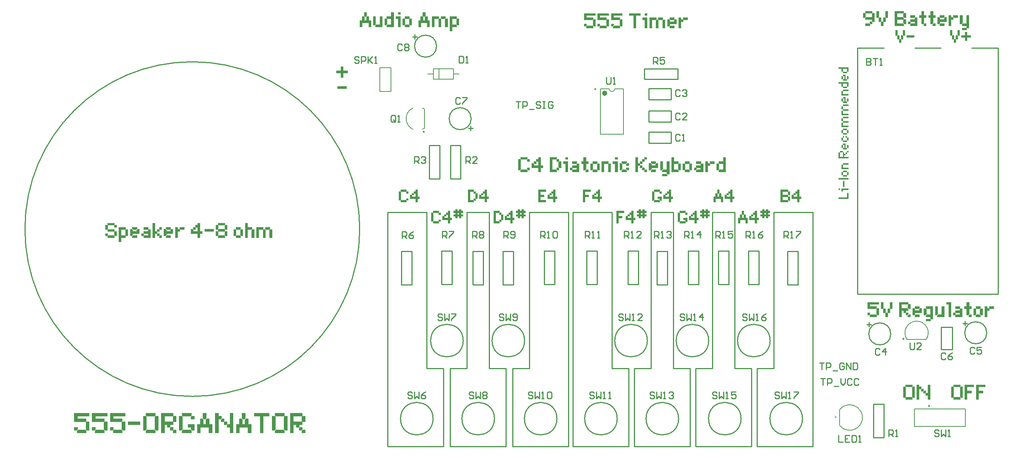
<source format=gto>
G04 Layer_Color=15132400*
%FSAX24Y24*%
%MOIN*%
G70*
G01*
G75*
%ADD13C,0.0100*%
%ADD28C,0.0098*%
%ADD29C,0.0236*%
%ADD30C,0.0079*%
G36*
X085800Y035787D02*
X085292D01*
Y035922D01*
X085800D01*
Y035787D01*
D02*
G37*
G36*
X085290Y035521D02*
X085800D01*
Y035386D01*
X085164D01*
Y035787D01*
X085290D01*
Y035521D01*
D02*
G37*
G36*
X085800Y036862D02*
X085673D01*
Y036728D01*
X085547D01*
Y036863D01*
X085673D01*
Y036997D01*
X085800D01*
Y036862D01*
D02*
G37*
G36*
X085292Y036863D02*
X085417D01*
Y036728D01*
X085547D01*
Y036593D01*
X085417D01*
Y036460D01*
X085803D01*
X085800Y036325D01*
X084909D01*
Y036863D01*
X085035D01*
Y036460D01*
X085290D01*
Y036862D01*
X085037D01*
Y036997D01*
X085292D01*
Y036863D01*
D02*
G37*
G36*
X085673Y035117D02*
X085292D01*
Y035251D01*
X085673D01*
Y035117D01*
D02*
G37*
G36*
X085800Y034446D02*
X084909D01*
Y034581D01*
X085800D01*
Y034446D01*
D02*
G37*
G36*
X085418Y033775D02*
X085292D01*
Y034311D01*
X085418D01*
Y033775D01*
D02*
G37*
G36*
X085290Y034847D02*
X085164D01*
Y035116D01*
X085290D01*
Y034847D01*
D02*
G37*
G36*
X085800D02*
X085673D01*
Y034714D01*
X085292D01*
Y034849D01*
X085673D01*
Y035116D01*
X085800D01*
Y034847D01*
D02*
G37*
G36*
Y038606D02*
X085673D01*
Y038473D01*
X085292D01*
Y038608D01*
X085673D01*
Y038874D01*
X085800D01*
Y038606D01*
D02*
G37*
G36*
X085673Y038204D02*
X085547D01*
Y038338D01*
X085673D01*
Y038204D01*
D02*
G37*
G36*
Y038876D02*
X085292D01*
Y039009D01*
X085673D01*
Y038876D01*
D02*
G37*
G36*
X085290Y038606D02*
X085164D01*
Y038874D01*
X085290D01*
Y038606D01*
D02*
G37*
G36*
X085417Y038204D02*
X085290D01*
Y038338D01*
X085417D01*
Y038204D01*
D02*
G37*
G36*
X085290Y037263D02*
X085164D01*
Y037531D01*
X085290D01*
Y037263D01*
D02*
G37*
G36*
X085545Y037265D02*
X085672D01*
Y037130D01*
X085292D01*
Y037265D01*
X085418D01*
Y037533D01*
X085292D01*
Y037668D01*
X085545D01*
Y037265D01*
D02*
G37*
G36*
X085800Y037935D02*
X085673D01*
Y037801D01*
X085290D01*
Y037935D01*
X085164D01*
Y038203D01*
X085290D01*
Y037936D01*
X085673D01*
Y038203D01*
X085800D01*
Y037935D01*
D02*
G37*
G36*
Y037263D02*
X085673D01*
Y037531D01*
X085800D01*
Y037263D01*
D02*
G37*
G36*
X098833Y022850D02*
X098438D01*
Y022890D01*
X098395D01*
Y023077D01*
X098833D01*
Y022850D01*
D02*
G37*
G36*
X089740D02*
X089540D01*
Y022887D01*
X089500D01*
Y023452D01*
X089740D01*
Y022850D01*
D02*
G37*
G36*
X096437Y047358D02*
X096766D01*
Y047169D01*
X096437D01*
Y046856D01*
X096237D01*
Y047169D01*
X095908D01*
Y047358D01*
X096237D01*
Y047671D01*
X096437D01*
Y047358D01*
D02*
G37*
G36*
X095100Y047356D02*
X095262D01*
Y047046D01*
X095392D01*
Y047010D01*
X095429D01*
Y046700D01*
X095229D01*
Y047010D01*
X095062D01*
Y047325D01*
X094900D01*
Y047827D01*
X095100D01*
Y047356D01*
D02*
G37*
G36*
X091158Y023263D02*
X091355D01*
Y022847D01*
X091158D01*
Y022890D01*
X091115D01*
Y023225D01*
X090565D01*
Y022890D01*
X091115D01*
Y022847D01*
X091158D01*
Y022662D01*
X090960D01*
Y022515D01*
X091158D01*
Y022327D01*
X091355D01*
Y022100D01*
X091115D01*
Y022287D01*
X090918D01*
Y022473D01*
X090720D01*
Y022662D01*
X090565D01*
Y022095D01*
X090325Y022100D01*
Y023452D01*
X091158D01*
Y023263D01*
D02*
G37*
G36*
X095805Y022887D02*
X096005D01*
Y022100D01*
X095370D01*
Y022287D01*
X095173D01*
Y022515D01*
X095367D01*
Y022475D01*
X095413D01*
Y022327D01*
X095765D01*
Y022475D01*
X095413D01*
Y022515D01*
X095367D01*
Y022703D01*
X095765D01*
Y022850D01*
X095367D01*
Y023077D01*
X095805D01*
Y022887D01*
D02*
G37*
G36*
X094388Y022100D02*
X093750D01*
Y022285D01*
X093555D01*
Y023077D01*
X093795D01*
Y022327D01*
X094148D01*
Y023077D01*
X094388D01*
Y022100D01*
D02*
G37*
G36*
X092168Y022890D02*
X092367D01*
Y022475D01*
X091775D01*
Y022327D01*
X092168D01*
Y022100D01*
X091730D01*
Y022287D01*
X091535D01*
Y022890D01*
X091730D01*
Y022850D01*
X091775D01*
Y022703D01*
X092128D01*
Y022850D01*
X091775D01*
Y022890D01*
X091730D01*
Y023077D01*
X092168D01*
Y022890D01*
D02*
G37*
G36*
X089500Y022850D02*
X089540D01*
Y022473D01*
X089345D01*
Y022515D01*
X089300D01*
Y022887D01*
X089500D01*
Y022850D01*
D02*
G37*
G36*
X085800Y032700D02*
X084909D01*
Y032835D01*
X085673D01*
Y033236D01*
X085800D01*
Y032700D01*
D02*
G37*
G36*
X090858Y047325D02*
X090692D01*
Y047356D01*
X090658D01*
Y047827D01*
X090858D01*
Y047325D01*
D02*
G37*
G36*
X085035Y033505D02*
X084909D01*
Y033640D01*
X085035D01*
Y033505D01*
D02*
G37*
G36*
X085800D02*
X085290D01*
Y033371D01*
X085164D01*
Y033640D01*
X085800D01*
Y033505D01*
D02*
G37*
G36*
X091702Y047169D02*
X091008D01*
Y047358D01*
X091702D01*
Y047169D01*
D02*
G37*
G36*
X095758Y047325D02*
X095592D01*
Y047356D01*
X095558D01*
Y047827D01*
X095758D01*
Y047325D01*
D02*
G37*
G36*
X095558D02*
X095592D01*
Y047010D01*
X095429D01*
Y047046D01*
X095392D01*
Y047356D01*
X095558D01*
Y047325D01*
D02*
G37*
G36*
X090658D02*
X090692D01*
Y047010D01*
X090529D01*
Y047046D01*
X090492D01*
Y047356D01*
X090658D01*
Y047325D01*
D02*
G37*
G36*
X090200Y047356D02*
X090362D01*
Y047046D01*
X090492D01*
Y047010D01*
X090529D01*
Y046700D01*
X090329D01*
Y047010D01*
X090162D01*
Y047325D01*
X090000D01*
Y047827D01*
X090200D01*
Y047356D01*
D02*
G37*
G36*
X085290Y039279D02*
X085800D01*
Y039144D01*
X085164D01*
Y039547D01*
X085290D01*
Y039279D01*
D02*
G37*
G36*
X091768Y048987D02*
X091967D01*
Y048200D01*
X091333D01*
Y048387D01*
X091135D01*
Y048615D01*
X091330D01*
Y048575D01*
X091375D01*
Y048428D01*
X091728D01*
Y048575D01*
X091375D01*
Y048615D01*
X091330D01*
Y048802D01*
X091728D01*
Y048950D01*
X091330D01*
Y049177D01*
X091768D01*
Y048987D01*
D02*
G37*
G36*
X087890Y048573D02*
X087930D01*
Y048387D01*
X087735D01*
Y048428D01*
X087690D01*
Y048615D01*
X087890D01*
Y048573D01*
D02*
G37*
G36*
X089100Y048950D02*
X089140D01*
Y048573D01*
X088945D01*
Y048615D01*
X088900D01*
Y048987D01*
X089100D01*
Y048950D01*
D02*
G37*
G36*
X096613Y048015D02*
X096412D01*
Y048053D01*
X096372D01*
Y048200D01*
X095975D01*
Y048385D01*
X095780D01*
Y049177D01*
X096020D01*
Y048428D01*
X096372D01*
Y049177D01*
X096613D01*
Y048015D01*
D02*
G37*
G36*
X095010Y048990D02*
X095165D01*
Y048950D01*
X095208D01*
Y048762D01*
X095010D01*
Y048200D01*
X094770D01*
Y049177D01*
X095010D01*
Y048990D01*
D02*
G37*
G36*
X088550Y048987D02*
X088745D01*
Y048615D01*
X088900D01*
Y048573D01*
X088945D01*
Y048200D01*
X088705D01*
Y048573D01*
X088505D01*
Y048950D01*
X088310D01*
Y049552D01*
X088550D01*
Y048987D01*
D02*
G37*
G36*
X087690Y048387D02*
X087735D01*
Y048200D01*
X087295D01*
Y048428D01*
X087690D01*
Y048387D01*
D02*
G37*
G36*
X093390Y049177D02*
X093588D01*
Y048950D01*
X093390D01*
Y048428D01*
X093588D01*
Y048200D01*
X093345D01*
Y048385D01*
X093150D01*
Y048950D01*
X092952D01*
Y049177D01*
X093150D01*
Y049552D01*
X093390D01*
Y049177D01*
D02*
G37*
G36*
X092583D02*
X092780D01*
Y048950D01*
X092583D01*
Y048428D01*
X092780D01*
Y048200D01*
X092537D01*
Y048385D01*
X092343D01*
Y048950D01*
X092145D01*
Y049177D01*
X092343D01*
Y049552D01*
X092583D01*
Y049177D01*
D02*
G37*
G36*
X077602Y031002D02*
X077764D01*
Y030812D01*
X077602D01*
Y030500D01*
X077402D01*
Y030812D01*
X076908D01*
Y031158D01*
X077071D01*
Y031125D01*
X077108D01*
Y031002D01*
X077402D01*
Y031281D01*
X077273D01*
Y031312D01*
X077237D01*
Y031471D01*
X077402D01*
Y031627D01*
X077602D01*
Y031002D01*
D02*
G37*
G36*
X076427Y031312D02*
X076594D01*
Y031002D01*
X076758D01*
Y030500D01*
X076558D01*
Y030812D01*
X076100D01*
Y030500D01*
X075900D01*
Y031002D01*
X076065D01*
Y031312D01*
X076227D01*
Y031281D01*
X076265D01*
Y031002D01*
X076394D01*
Y031281D01*
X076265D01*
Y031312D01*
X076227D01*
Y031627D01*
X076427D01*
Y031312D01*
D02*
G37*
G36*
X078610Y031627D02*
X078772D01*
Y031437D01*
X078610D01*
Y031314D01*
X078772D01*
Y031125D01*
X078610D01*
Y030969D01*
X078410D01*
Y031125D01*
X078281D01*
Y030969D01*
X078081D01*
Y031125D01*
X077916D01*
Y031314D01*
X078081D01*
Y031437D01*
X077916D01*
Y031627D01*
X078081D01*
Y031783D01*
X078281D01*
Y031627D01*
X078410D01*
Y031783D01*
X078610D01*
Y031627D01*
D02*
G37*
G36*
X077237Y031281D02*
X077273D01*
Y031125D01*
X077108D01*
Y031158D01*
X077071D01*
Y031312D01*
X077237D01*
Y031281D01*
D02*
G37*
G36*
X087930Y049365D02*
X088130D01*
Y048573D01*
X087930D01*
Y048615D01*
X087890D01*
Y048762D01*
X087295D01*
Y048950D01*
X087100D01*
Y049365D01*
X087295D01*
Y049325D01*
X087340D01*
Y048990D01*
X087890D01*
Y049325D01*
X087340D01*
Y049365D01*
X087295D01*
Y049552D01*
X087930D01*
Y049365D01*
D02*
G37*
G36*
X090755Y049363D02*
X090955D01*
Y048948D01*
X090755D01*
Y048990D01*
X090715D01*
Y049325D01*
X090165D01*
Y048990D01*
X090715D01*
Y048948D01*
X090755D01*
Y048800D01*
X090955D01*
Y048385D01*
X090755D01*
Y048428D01*
X090715D01*
Y048762D01*
X090165D01*
Y048428D01*
X090715D01*
Y048385D01*
X090755D01*
Y048200D01*
X089925D01*
Y049552D01*
X090755D01*
Y049363D01*
D02*
G37*
G36*
X094392Y048990D02*
X094593D01*
Y048575D01*
X094000D01*
Y048428D01*
X094392D01*
Y048200D01*
X093955D01*
Y048387D01*
X093760D01*
Y048990D01*
X093955D01*
Y048950D01*
X094000D01*
Y048802D01*
X094353D01*
Y048950D01*
X094000D01*
Y048990D01*
X093955D01*
Y049177D01*
X094392D01*
Y048990D01*
D02*
G37*
G36*
X095603Y048950D02*
X095208D01*
Y048990D01*
X095165D01*
Y049177D01*
X095603D01*
Y048950D01*
D02*
G37*
G36*
X089340D02*
X089140D01*
Y048987D01*
X089100D01*
Y049552D01*
X089340D01*
Y048950D01*
D02*
G37*
G36*
X085800Y041023D02*
X085292D01*
Y041158D01*
X085800D01*
Y041023D01*
D02*
G37*
G36*
X085290Y040755D02*
X085164D01*
Y041022D01*
X085290D01*
Y040755D01*
D02*
G37*
G36*
Y041423D02*
X085164D01*
Y041691D01*
X085290D01*
Y041423D01*
D02*
G37*
G36*
X085545Y041425D02*
X085672D01*
Y041290D01*
X085292D01*
Y041425D01*
X085418D01*
Y041693D01*
X085292D01*
Y041828D01*
X085545D01*
Y041425D01*
D02*
G37*
G36*
X085800Y040620D02*
X085292D01*
Y040753D01*
X085800D01*
Y040620D01*
D02*
G37*
G36*
X085290Y039682D02*
X085164D01*
Y039949D01*
X085290D01*
Y039682D01*
D02*
G37*
G36*
X085800Y039547D02*
X085292D01*
Y039681D01*
X085800D01*
Y039547D01*
D02*
G37*
G36*
X085290Y040352D02*
X085800D01*
Y040217D01*
X085164D01*
Y040620D01*
X085290D01*
Y040352D01*
D02*
G37*
G36*
X085800Y039950D02*
X085292D01*
Y040085D01*
X085800D01*
Y039950D01*
D02*
G37*
G36*
Y043437D02*
X085673D01*
Y043706D01*
X085800D01*
Y043437D01*
D02*
G37*
G36*
X085290D02*
X085164D01*
Y043706D01*
X085290D01*
Y043437D01*
D02*
G37*
G36*
X096372Y048015D02*
X096412D01*
Y047825D01*
X095975D01*
Y048053D01*
X096372D01*
Y048015D01*
D02*
G37*
G36*
X085800Y044109D02*
X085673D01*
Y043975D01*
X085292D01*
Y044110D01*
X085673D01*
Y044377D01*
X085290D01*
Y044109D01*
X085164D01*
Y044377D01*
X084909D01*
Y044512D01*
X085800D01*
Y044109D01*
D02*
G37*
G36*
X085545Y043439D02*
X085672D01*
Y043304D01*
X085292D01*
Y043439D01*
X085418D01*
Y043707D01*
X085292D01*
Y043842D01*
X085545D01*
Y043439D01*
D02*
G37*
G36*
X085290Y042096D02*
X085800D01*
Y041961D01*
X085164D01*
Y042363D01*
X085290D01*
Y042096D01*
D02*
G37*
G36*
X085800Y041423D02*
X085673D01*
Y041691D01*
X085800D01*
Y041423D01*
D02*
G37*
G36*
Y042766D02*
X085673D01*
Y042633D01*
X085292D01*
Y042768D01*
X085673D01*
Y043034D01*
X085290D01*
Y042766D01*
X085164D01*
Y043034D01*
X084909D01*
Y043169D01*
X085800D01*
Y042766D01*
D02*
G37*
G36*
Y042363D02*
X085292D01*
Y042498D01*
X085800D01*
Y042363D01*
D02*
G37*
G36*
X093378Y021915D02*
X093177D01*
Y021953D01*
X093138D01*
Y022100D01*
X092740D01*
Y022285D01*
X092545D01*
Y022887D01*
X092743D01*
Y022850D01*
X092785D01*
Y022327D01*
X093138D01*
Y022850D01*
X092785D01*
Y022887D01*
X092743D01*
Y023077D01*
X093378D01*
Y021915D01*
D02*
G37*
G36*
X097043Y015825D02*
X096450D01*
Y015490D01*
X096845D01*
Y015263D01*
X096450D01*
Y014700D01*
X096210D01*
Y016053D01*
X097043D01*
Y015825D01*
D02*
G37*
G36*
X095195D02*
X095240D01*
Y014928D01*
X095790D01*
Y014885D01*
X095830D01*
Y014700D01*
X095195D01*
Y014885D01*
X095000D01*
Y015862D01*
X095195D01*
Y015825D01*
D02*
G37*
G36*
X095830Y015862D02*
X096030D01*
Y014885D01*
X095830D01*
Y014928D01*
X095790D01*
Y015825D01*
X095240D01*
Y015862D01*
X095195D01*
Y016053D01*
X095830D01*
Y015862D01*
D02*
G37*
G36*
X098053Y015825D02*
X097460D01*
Y015490D01*
X097855D01*
Y015263D01*
X097460D01*
Y014700D01*
X097220D01*
Y016053D01*
X098053D01*
Y015825D01*
D02*
G37*
G36*
X026919Y013253D02*
X027186D01*
Y012950D01*
X026866D01*
Y013200D01*
X026132D01*
Y013253D01*
X026072D01*
Y013503D01*
X026919D01*
Y013253D01*
D02*
G37*
G36*
X031765Y013000D02*
X032032D01*
Y012503D01*
X032295D01*
Y011700D01*
X031975D01*
Y012200D01*
X031242D01*
Y011700D01*
X030922D01*
Y012503D01*
X031185D01*
Y013000D01*
X031445D01*
Y012950D01*
X031505D01*
Y012503D01*
X031712D01*
Y012950D01*
X031505D01*
Y013000D01*
X031445D01*
Y013503D01*
X031765D01*
Y013000D01*
D02*
G37*
G36*
X030672Y011700D02*
X030352D01*
Y012200D01*
X030089D01*
Y012447D01*
X029829D01*
Y012697D01*
X029565D01*
Y012950D01*
X029359D01*
Y011700D01*
X029039D01*
Y013503D01*
X029359D01*
Y013253D01*
X029622D01*
Y013000D01*
X029882D01*
Y012753D01*
X030149D01*
Y012503D01*
X030352D01*
Y013503D01*
X030672D01*
Y011700D01*
D02*
G37*
G36*
X036871Y013250D02*
X037135D01*
Y012697D01*
X036871D01*
Y012753D01*
X036815D01*
Y013200D01*
X036081D01*
Y012753D01*
X036815D01*
Y012697D01*
X036871D01*
Y012450D01*
X036608D01*
Y012253D01*
X036871D01*
Y012003D01*
X037135D01*
Y011700D01*
X036815D01*
Y011950D01*
X036551D01*
Y012197D01*
X036288D01*
Y012450D01*
X036081D01*
Y011693D01*
X035761Y011700D01*
Y013503D01*
X036871D01*
Y013250D01*
D02*
G37*
G36*
X025309D02*
X025572D01*
Y012697D01*
X025309D01*
Y012753D01*
X025252D01*
Y013200D01*
X024519D01*
Y012753D01*
X025252D01*
Y012697D01*
X025309D01*
Y012450D01*
X025046D01*
Y012253D01*
X025309D01*
Y012003D01*
X025572D01*
Y011700D01*
X025252D01*
Y011950D01*
X024989D01*
Y012197D01*
X024726D01*
Y012450D01*
X024519D01*
Y011693D01*
X024199Y011700D01*
Y013503D01*
X025309D01*
Y013250D01*
D02*
G37*
G36*
X033365Y029987D02*
X033520D01*
Y029950D01*
X033560D01*
Y029200D01*
X033323D01*
Y029950D01*
X032970D01*
Y029200D01*
X032730D01*
Y030178D01*
X033365D01*
Y029987D01*
D02*
G37*
G36*
X031960Y030178D02*
X032352D01*
Y029987D01*
X032552D01*
Y029200D01*
X032313D01*
Y029950D01*
X031960D01*
Y029200D01*
X031720D01*
Y030552D01*
X031960D01*
Y030178D01*
D02*
G37*
G36*
X021042Y029987D02*
X021242D01*
Y029385D01*
X021042D01*
Y029427D01*
X021003D01*
Y029950D01*
X020650D01*
Y029427D01*
X021003D01*
Y029385D01*
X021042D01*
Y029200D01*
X020650D01*
Y028825D01*
X020410D01*
Y030178D01*
X021042D01*
Y029987D01*
D02*
G37*
G36*
X033955D02*
X034155D01*
Y029200D01*
X033915D01*
Y029950D01*
X033560D01*
Y029987D01*
X033520D01*
Y030178D01*
X033955D01*
Y029987D01*
D02*
G37*
G36*
X030905Y029950D02*
X030950D01*
Y029427D01*
X031302D01*
Y029385D01*
X031342D01*
Y029200D01*
X030905D01*
Y029385D01*
X030710D01*
Y029987D01*
X030905D01*
Y029950D01*
D02*
G37*
G36*
X023680Y029802D02*
X023835D01*
Y029760D01*
X023877D01*
Y029615D01*
X024075D01*
Y029427D01*
X024272D01*
Y029200D01*
X024032D01*
Y029388D01*
X023835D01*
Y029575D01*
X023680D01*
Y029200D01*
X023440D01*
Y030552D01*
X023680D01*
Y029802D01*
D02*
G37*
G36*
X019440Y029427D02*
X019990D01*
Y029388D01*
X020030D01*
Y029200D01*
X019395D01*
Y029388D01*
X019200D01*
Y029615D01*
X019440D01*
Y029427D01*
D02*
G37*
G36*
X029290Y029762D02*
X029335D01*
Y029427D01*
X029885D01*
Y029385D01*
X029925D01*
Y029200D01*
X029290D01*
Y029385D01*
X029095D01*
Y029800D01*
X029290D01*
Y029762D01*
D02*
G37*
G36*
X025700Y029990D02*
X025855D01*
Y029950D01*
X025898D01*
Y029762D01*
X025700D01*
Y029200D01*
X025460D01*
Y030178D01*
X025700D01*
Y029990D01*
D02*
G37*
G36*
X022846Y013200D02*
X022906D01*
Y012003D01*
X023639D01*
Y011947D01*
X023693D01*
Y011700D01*
X022846D01*
Y011947D01*
X022586D01*
Y013250D01*
X022846D01*
Y013200D01*
D02*
G37*
G36*
X019946Y012003D02*
X020680D01*
Y011950D01*
X020733D01*
Y011700D01*
X019886Y011693D01*
Y011950D01*
X019626D01*
Y012253D01*
X019946D01*
Y012003D01*
D02*
G37*
G36*
X033908Y013200D02*
X033382D01*
Y011700D01*
X033062D01*
Y013200D01*
X032535D01*
Y013503D01*
X033908D01*
Y013200D01*
D02*
G37*
G36*
X026072D02*
X026132D01*
Y012003D01*
X026866D01*
Y011947D01*
X026919D01*
Y011700D01*
X026072D01*
Y011947D01*
X025812D01*
Y013253D01*
X026072D01*
Y013200D01*
D02*
G37*
G36*
X018333Y012003D02*
X019066D01*
Y011950D01*
X019120D01*
Y011700D01*
X018273Y011693D01*
Y011950D01*
X018013D01*
Y012253D01*
X018333D01*
Y012003D01*
D02*
G37*
G36*
X040535Y044190D02*
X040930D01*
Y043962D01*
X040535D01*
Y043587D01*
X040295D01*
Y043962D01*
X039900D01*
Y044190D01*
X040295D01*
Y044565D01*
X040535D01*
Y044190D01*
D02*
G37*
G36*
X040833Y042562D02*
X040000D01*
Y042790D01*
X040833D01*
Y042562D01*
D02*
G37*
G36*
X016720Y012003D02*
X017453D01*
Y011950D01*
X017507D01*
Y011700D01*
X016660Y011693D01*
Y011950D01*
X016400D01*
Y012253D01*
X016720D01*
Y012003D01*
D02*
G37*
G36*
X084700Y013058D02*
X084675D01*
Y013153D01*
X084579Y013058D01*
X084544D01*
X084625Y013136D01*
X084541Y013250D01*
X084575D01*
X084643Y013153D01*
X084675Y013183D01*
Y013250D01*
X084700D01*
Y013058D01*
D02*
G37*
G36*
X021000Y013200D02*
X019946D01*
Y013003D01*
X020733D01*
Y012753D01*
X021000D01*
Y011950D01*
X020733D01*
Y012003D01*
X020680D01*
Y012700D01*
X019626D01*
Y013503D01*
X021000D01*
Y013200D01*
D02*
G37*
G36*
X019386D02*
X018333D01*
Y013003D01*
X019120D01*
Y012753D01*
X019386D01*
Y011950D01*
X019120D01*
Y012003D01*
X019066D01*
Y012700D01*
X018013D01*
Y013503D01*
X019386D01*
Y013200D01*
D02*
G37*
G36*
X028269Y013000D02*
X028535D01*
Y012503D01*
X028799D01*
Y011700D01*
X028479D01*
Y012200D01*
X027746D01*
Y011700D01*
X027426D01*
Y012503D01*
X027689D01*
Y013000D01*
X027949D01*
Y012950D01*
X028009D01*
Y012503D01*
X028215D01*
Y012950D01*
X028009D01*
Y013000D01*
X027949D01*
Y013503D01*
X028269D01*
Y013000D01*
D02*
G37*
G36*
X022349Y012450D02*
X021240D01*
Y012753D01*
X022349D01*
Y012450D01*
D02*
G37*
G36*
X017773Y013200D02*
X016720D01*
Y013003D01*
X017507D01*
Y012753D01*
X017773D01*
Y011950D01*
X017507D01*
Y012003D01*
X017453D01*
Y012700D01*
X016400D01*
Y013503D01*
X017773D01*
Y013200D01*
D02*
G37*
G36*
X023693Y013250D02*
X023959D01*
Y011947D01*
X023693D01*
Y012003D01*
X023639D01*
Y013200D01*
X022906D01*
Y013250D01*
X022846D01*
Y013503D01*
X023693D01*
Y013250D01*
D02*
G37*
G36*
X034408Y013200D02*
X034468D01*
Y012003D01*
X035201D01*
Y011947D01*
X035255D01*
Y011700D01*
X034408D01*
Y011947D01*
X034148D01*
Y013250D01*
X034408D01*
Y013200D01*
D02*
G37*
G36*
X035255Y013250D02*
X035521D01*
Y011947D01*
X035255D01*
Y012003D01*
X035201D01*
Y013200D01*
X034468D01*
Y013250D01*
X034408D01*
Y013503D01*
X035255D01*
Y013250D01*
D02*
G37*
G36*
X027186Y011947D02*
X026919D01*
Y012003D01*
X026866D01*
Y012200D01*
X026602D01*
Y012503D01*
X027186D01*
Y011947D01*
D02*
G37*
G36*
X029290Y030325D02*
X029335D01*
Y029990D01*
X029885D01*
Y029948D01*
X029925D01*
Y029800D01*
X030125D01*
Y029385D01*
X029925D01*
Y029427D01*
X029885D01*
Y029762D01*
X029335D01*
Y029800D01*
X029290D01*
Y029948D01*
X029095D01*
Y030363D01*
X029290D01*
Y030325D01*
D02*
G37*
G36*
X042632Y049075D02*
X042832D01*
Y048703D01*
X043030D01*
Y048100D01*
X042790D01*
Y048475D01*
X042240D01*
Y048100D01*
X042000D01*
Y048703D01*
X042197D01*
Y049075D01*
X042393D01*
Y049037D01*
X042438D01*
Y048703D01*
X042593D01*
Y049037D01*
X042438D01*
Y049075D01*
X042393D01*
Y049453D01*
X042632D01*
Y049075D01*
D02*
G37*
G36*
X045052Y048100D02*
X044415D01*
Y048285D01*
X044220D01*
Y048888D01*
X044415D01*
Y048850D01*
X044460D01*
Y048327D01*
X044812D01*
Y048850D01*
X044460D01*
Y048888D01*
X044415D01*
Y049078D01*
X044812D01*
Y049453D01*
X045052D01*
Y048100D01*
D02*
G37*
G36*
X045668Y049225D02*
X045427D01*
Y049453D01*
X045668D01*
Y049225D01*
D02*
G37*
G36*
X047885Y049075D02*
X048085D01*
Y048703D01*
X048282D01*
Y048100D01*
X048042D01*
Y048475D01*
X047492D01*
Y048100D01*
X047252D01*
Y048703D01*
X047450D01*
Y049075D01*
X047645D01*
Y049037D01*
X047690D01*
Y048703D01*
X047845D01*
Y049037D01*
X047690D01*
Y049075D01*
X047645D01*
Y049453D01*
X047885D01*
Y049075D01*
D02*
G37*
G36*
X044043Y048100D02*
X043405D01*
Y048285D01*
X043210D01*
Y049078D01*
X043450D01*
Y048327D01*
X043802D01*
Y049078D01*
X044043D01*
Y048100D01*
D02*
G37*
G36*
X049688Y048888D02*
X049887D01*
Y048100D01*
X049647D01*
Y048850D01*
X049292D01*
Y048888D01*
X049253D01*
Y049078D01*
X049688D01*
Y048888D01*
D02*
G37*
G36*
X049097D02*
X049253D01*
Y048850D01*
X049292D01*
Y048100D01*
X049055D01*
Y048850D01*
X048703D01*
Y048100D01*
X048463D01*
Y049078D01*
X049097D01*
Y048888D01*
D02*
G37*
G36*
X050708D02*
X050908D01*
Y048285D01*
X050708D01*
Y048327D01*
X050668D01*
Y048850D01*
X050315D01*
Y048327D01*
X050668D01*
Y048285D01*
X050708D01*
Y048100D01*
X050315D01*
Y047725D01*
X050075D01*
Y049078D01*
X050708D01*
Y048888D01*
D02*
G37*
G36*
X046470D02*
X046667D01*
Y048285D01*
X046470D01*
Y048327D01*
X046430D01*
Y048850D01*
X046077D01*
Y048888D01*
X046033D01*
Y049078D01*
X046470D01*
Y048888D01*
D02*
G37*
G36*
X098240Y022890D02*
X098395D01*
Y022850D01*
X098438D01*
Y022662D01*
X098240D01*
Y022100D01*
X098000D01*
Y023077D01*
X098240D01*
Y022890D01*
D02*
G37*
G36*
X097185Y022850D02*
X097230D01*
Y022327D01*
X097583D01*
Y022285D01*
X097622D01*
Y022100D01*
X097185D01*
Y022285D01*
X096990D01*
Y022887D01*
X097185D01*
Y022850D01*
D02*
G37*
G36*
X088530Y023225D02*
X087740D01*
Y023077D01*
X088330D01*
Y022890D01*
X088530D01*
Y022287D01*
X088330D01*
Y022327D01*
X088290D01*
Y022850D01*
X087500D01*
Y023452D01*
X088530D01*
Y023225D01*
D02*
G37*
G36*
X097622Y022887D02*
X097820D01*
Y022285D01*
X097622D01*
Y022327D01*
X097583D01*
Y022850D01*
X097230D01*
Y022887D01*
X097185D01*
Y023077D01*
X097622D01*
Y022887D01*
D02*
G37*
G36*
X096620Y023077D02*
X096818D01*
Y022850D01*
X096620D01*
Y022327D01*
X096818D01*
Y022100D01*
X096575D01*
Y022285D01*
X096380D01*
Y022850D01*
X096182D01*
Y023077D01*
X096380D01*
Y023452D01*
X096620D01*
Y023077D01*
D02*
G37*
G36*
X087740Y022327D02*
X088290D01*
Y022287D01*
X088330D01*
Y022100D01*
X087695Y022095D01*
Y022287D01*
X087500D01*
Y022515D01*
X087740D01*
Y022327D01*
D02*
G37*
G36*
X093138Y021915D02*
X093177D01*
Y021725D01*
X092740D01*
Y021953D01*
X093138D01*
Y021915D01*
D02*
G37*
G36*
X095002Y022100D02*
X094762D01*
Y023225D01*
X094565D01*
Y023452D01*
X095002D01*
Y022100D01*
D02*
G37*
G36*
X088950Y022887D02*
X089145D01*
Y022515D01*
X089300D01*
Y022473D01*
X089345D01*
Y022100D01*
X089105D01*
Y022473D01*
X088905D01*
Y022850D01*
X088710D01*
Y023452D01*
X088950D01*
Y022887D01*
D02*
G37*
G36*
X025082Y029990D02*
X025282D01*
Y029575D01*
X024690D01*
Y029427D01*
X025082D01*
Y029200D01*
X024645D01*
Y029388D01*
X024450D01*
Y029990D01*
X024645D01*
Y029950D01*
X024690D01*
Y029802D01*
X025043D01*
Y029950D01*
X024690D01*
Y029990D01*
X024645D01*
Y030178D01*
X025082D01*
Y029990D01*
D02*
G37*
G36*
X022053D02*
X022253D01*
Y029575D01*
X021660D01*
Y029427D01*
X022053D01*
Y029200D01*
X021615D01*
Y029388D01*
X021420D01*
Y029990D01*
X021615D01*
Y029950D01*
X021660D01*
Y029802D01*
X022013D01*
Y029950D01*
X021660D01*
Y029990D01*
X021615D01*
Y030178D01*
X022053D01*
Y029990D01*
D02*
G37*
G36*
X029925Y030363D02*
X030125D01*
Y029948D01*
X029925D01*
Y029990D01*
X029885D01*
Y030325D01*
X029335D01*
Y030363D01*
X029290D01*
Y030552D01*
X029925D01*
Y030363D01*
D02*
G37*
G36*
X027708Y029802D02*
X027903D01*
Y029575D01*
X027708D01*
Y029200D01*
X027468D01*
Y029575D01*
X026875D01*
Y029990D01*
X027070D01*
Y029950D01*
X027115D01*
Y029802D01*
X027468D01*
Y030138D01*
X027313D01*
Y030175D01*
X027270D01*
Y030365D01*
X027468D01*
Y030552D01*
X027708D01*
Y029802D01*
D02*
G37*
G36*
X028918Y029762D02*
X028085D01*
Y029990D01*
X028918D01*
Y029762D01*
D02*
G37*
G36*
X019395Y030325D02*
X019440D01*
Y029987D01*
X020030D01*
Y029802D01*
X020230D01*
Y029388D01*
X020030D01*
Y029427D01*
X019990D01*
Y029760D01*
X019395D01*
Y029950D01*
X019200D01*
Y030365D01*
X019395D01*
Y030325D01*
D02*
G37*
G36*
X031342Y029987D02*
X031540D01*
Y029385D01*
X031342D01*
Y029427D01*
X031302D01*
Y029950D01*
X030950D01*
Y029987D01*
X030905D01*
Y030178D01*
X031342D01*
Y029987D01*
D02*
G37*
G36*
X024032Y029950D02*
X024075D01*
Y029760D01*
X023877D01*
Y029802D01*
X023835D01*
Y029987D01*
X024032D01*
Y029950D01*
D02*
G37*
G36*
X023063Y029987D02*
X023263D01*
Y029200D01*
X022627D01*
Y029388D01*
X022430D01*
Y029615D01*
X022625D01*
Y029575D01*
X022670D01*
Y029427D01*
X023022D01*
Y029575D01*
X022670D01*
Y029615D01*
X022625D01*
Y029802D01*
X023022D01*
Y029950D01*
X022625D01*
Y030178D01*
X023063D01*
Y029987D01*
D02*
G37*
G36*
X093135Y014700D02*
X092895D01*
Y015075D01*
X092697D01*
Y015260D01*
X092502D01*
Y015447D01*
X092305D01*
Y015638D01*
X092150D01*
Y014700D01*
X091910D01*
Y016053D01*
X092150D01*
Y015865D01*
X092347D01*
Y015675D01*
X092542D01*
Y015490D01*
X092743D01*
Y015302D01*
X092895D01*
Y016053D01*
X093135D01*
Y014700D01*
D02*
G37*
G36*
X091530Y015862D02*
X091730D01*
Y014885D01*
X091530D01*
Y014928D01*
X091490D01*
Y015825D01*
X090940D01*
Y015862D01*
X090895D01*
Y016053D01*
X091530D01*
Y015862D01*
D02*
G37*
G36*
X046033Y048850D02*
X046077D01*
Y048327D01*
X046430D01*
Y048285D01*
X046470D01*
Y048100D01*
X046033D01*
Y048285D01*
X045837D01*
Y048888D01*
X046033D01*
Y048850D01*
D02*
G37*
G36*
X045668Y048100D02*
X045427D01*
Y048850D01*
X045230D01*
Y049078D01*
X045668D01*
Y048100D01*
D02*
G37*
G36*
X090895Y015825D02*
X090940D01*
Y014928D01*
X091490D01*
Y014885D01*
X091530D01*
Y014700D01*
X090895D01*
Y014885D01*
X090700D01*
Y015862D01*
X090895D01*
Y015825D01*
D02*
G37*
G36*
X026293Y029950D02*
X025898D01*
Y029990D01*
X025855D01*
Y030178D01*
X026293D01*
Y029950D01*
D02*
G37*
G36*
X024272D02*
X024075D01*
Y029987D01*
X024032D01*
Y030178D01*
X024272D01*
Y029950D01*
D02*
G37*
G36*
X020030Y030365D02*
X020230D01*
Y030138D01*
X019990D01*
Y030325D01*
X019440D01*
Y030365D01*
X019395D01*
Y030552D01*
X020030D01*
Y030365D01*
D02*
G37*
G36*
X027270Y030138D02*
X027313D01*
Y029950D01*
X027115D01*
Y029990D01*
X027070D01*
Y030175D01*
X027270D01*
Y030138D01*
D02*
G37*
G36*
X049737Y031281D02*
X049773D01*
Y031125D01*
X049608D01*
Y031158D01*
X049571D01*
Y031312D01*
X049737D01*
Y031281D01*
D02*
G37*
G36*
X049092Y031471D02*
X049258D01*
Y031281D01*
X049058D01*
Y031437D01*
X048600D01*
Y031471D01*
X048562D01*
Y031627D01*
X049092D01*
Y031471D01*
D02*
G37*
G36*
X067165Y049125D02*
X066770D01*
Y048000D01*
X066530D01*
Y049125D01*
X066135D01*
Y049352D01*
X067165D01*
Y049125D01*
D02*
G37*
G36*
X067783Y048000D02*
X067543D01*
Y048750D01*
X067345D01*
Y048977D01*
X067783D01*
Y048000D01*
D02*
G37*
G36*
X049258Y030656D02*
X049092D01*
Y030690D01*
X049058D01*
Y030846D01*
X049258D01*
Y030656D01*
D02*
G37*
G36*
X050102Y031002D02*
X050264D01*
Y030812D01*
X050102D01*
Y030500D01*
X049902D01*
Y030812D01*
X049408D01*
Y031158D01*
X049571D01*
Y031125D01*
X049608D01*
Y031002D01*
X049902D01*
Y031281D01*
X049773D01*
Y031312D01*
X049737D01*
Y031471D01*
X049902D01*
Y031627D01*
X050102D01*
Y031002D01*
D02*
G37*
G36*
X046358Y032556D02*
X046192D01*
Y032590D01*
X046158D01*
Y032746D01*
X046358D01*
Y032556D01*
D02*
G37*
G36*
X047202Y032902D02*
X047364D01*
Y032712D01*
X047202D01*
Y032400D01*
X047002D01*
Y032712D01*
X046508D01*
Y033058D01*
X046671D01*
Y033025D01*
X046708D01*
Y032902D01*
X047002D01*
Y033181D01*
X046873D01*
Y033212D01*
X046837D01*
Y033371D01*
X047002D01*
Y033527D01*
X047202D01*
Y032902D01*
D02*
G37*
G36*
X046837Y033181D02*
X046873D01*
Y033025D01*
X046708D01*
Y033058D01*
X046671D01*
Y033212D01*
X046837D01*
Y033181D01*
D02*
G37*
G36*
X051110Y031627D02*
X051272D01*
Y031437D01*
X051110D01*
Y031314D01*
X051272D01*
Y031125D01*
X051110D01*
Y030969D01*
X050910D01*
Y031125D01*
X050781D01*
Y030969D01*
X050581D01*
Y031125D01*
X050416D01*
Y031314D01*
X050581D01*
Y031437D01*
X050416D01*
Y031627D01*
X050581D01*
Y031783D01*
X050781D01*
Y031627D01*
X050910D01*
Y031783D01*
X051110D01*
Y031627D01*
D02*
G37*
G36*
X064760Y048228D02*
X065310D01*
Y048187D01*
X065350D01*
Y048000D01*
X064715Y047995D01*
Y048187D01*
X064520D01*
Y048415D01*
X064760D01*
Y048228D01*
D02*
G37*
G36*
X045662Y033337D02*
X045700D01*
Y032590D01*
X046158D01*
Y032556D01*
X046192D01*
Y032400D01*
X045662D01*
Y032556D01*
X045500D01*
Y033371D01*
X045662D01*
Y033337D01*
D02*
G37*
G36*
X048562Y031437D02*
X048600D01*
Y030690D01*
X049058D01*
Y030656D01*
X049092D01*
Y030500D01*
X048562D01*
Y030656D01*
X048400D01*
Y031471D01*
X048562D01*
Y031437D01*
D02*
G37*
G36*
X066118Y035287D02*
X065920D01*
Y035327D01*
X065880D01*
Y035515D01*
X066118D01*
Y035287D01*
D02*
G37*
G36*
X056710Y031627D02*
X056872D01*
Y031437D01*
X056710D01*
Y031314D01*
X056872D01*
Y031125D01*
X056710D01*
Y030969D01*
X056510D01*
Y031125D01*
X056381D01*
Y030969D01*
X056181D01*
Y031125D01*
X056016D01*
Y031314D01*
X056181D01*
Y031437D01*
X056016D01*
Y031627D01*
X056181D01*
Y031783D01*
X056381D01*
Y031627D01*
X056510D01*
Y031783D01*
X056710D01*
Y031627D01*
D02*
G37*
G36*
X052358Y032712D02*
X052394D01*
Y032554D01*
X052227D01*
Y032590D01*
X052194D01*
Y032744D01*
X052358D01*
Y032712D01*
D02*
G37*
G36*
X054527Y031469D02*
X054694D01*
Y031314D01*
X054858D01*
Y030812D01*
X054694D01*
Y030844D01*
X054658D01*
Y031279D01*
X054494D01*
Y031437D01*
X054200D01*
Y030690D01*
X054494D01*
Y030654D01*
X054527D01*
Y030500D01*
X054000D01*
Y031627D01*
X054527D01*
Y031469D01*
D02*
G37*
G36*
X055702Y031002D02*
X055864D01*
Y030812D01*
X055702D01*
Y030500D01*
X055502D01*
Y030812D01*
X055008D01*
Y031158D01*
X055171D01*
Y031125D01*
X055208D01*
Y031002D01*
X055502D01*
Y031281D01*
X055373D01*
Y031312D01*
X055337D01*
Y031471D01*
X055502D01*
Y031627D01*
X055702D01*
Y031002D01*
D02*
G37*
G36*
X055337Y031281D02*
X055373D01*
Y031125D01*
X055208D01*
Y031158D01*
X055171D01*
Y031312D01*
X055337D01*
Y031281D01*
D02*
G37*
G36*
X053037Y033181D02*
X053073D01*
Y033025D01*
X052908D01*
Y033058D01*
X052871D01*
Y033212D01*
X053037D01*
Y033181D01*
D02*
G37*
G36*
X069177Y048787D02*
X069377D01*
Y048000D01*
X069138D01*
Y048750D01*
X068783D01*
Y048787D01*
X068742D01*
Y048977D01*
X069177D01*
Y048787D01*
D02*
G37*
G36*
X068587D02*
X068742D01*
Y048750D01*
X068783D01*
Y048000D01*
X068545D01*
Y048750D01*
X068193D01*
Y048000D01*
X067952D01*
Y048977D01*
X068587D01*
Y048787D01*
D02*
G37*
G36*
X052227Y033369D02*
X052394D01*
Y033214D01*
X052558D01*
Y032712D01*
X052394D01*
Y032744D01*
X052358D01*
Y033179D01*
X052194D01*
Y033337D01*
X051900D01*
Y032590D01*
X052194D01*
Y032554D01*
X052227D01*
Y032400D01*
X051700D01*
Y033527D01*
X052227D01*
Y033369D01*
D02*
G37*
G36*
X070815Y048790D02*
X070970D01*
Y048750D01*
X071013D01*
Y048562D01*
X070815D01*
Y048000D01*
X070575D01*
Y048977D01*
X070815D01*
Y048790D01*
D02*
G37*
G36*
X053402Y032902D02*
X053564D01*
Y032712D01*
X053402D01*
Y032400D01*
X053202D01*
Y032712D01*
X052708D01*
Y033058D01*
X052871D01*
Y033025D01*
X052908D01*
Y032902D01*
X053202D01*
Y033181D01*
X053073D01*
Y033212D01*
X053037D01*
Y033371D01*
X053202D01*
Y033527D01*
X053402D01*
Y032902D01*
D02*
G37*
G36*
X063550Y048228D02*
X064100D01*
Y048187D01*
X064140D01*
Y048000D01*
X063505Y047995D01*
Y048187D01*
X063310D01*
Y048415D01*
X063550D01*
Y048228D01*
D02*
G37*
G36*
X060672Y036225D02*
X060433D01*
Y036453D01*
X060672D01*
Y036225D01*
D02*
G37*
G36*
X071137Y035850D02*
X071182D01*
Y035327D01*
X071535D01*
Y035285D01*
X071575D01*
Y035100D01*
X071137D01*
Y035285D01*
X070943D01*
Y035887D01*
X071137D01*
Y035850D01*
D02*
G37*
G36*
X067490Y036225D02*
X067533D01*
Y036037D01*
X067335D01*
Y036077D01*
X067295D01*
Y036265D01*
X067490D01*
Y036225D01*
D02*
G37*
G36*
X067730D02*
X067533D01*
Y036265D01*
X067490D01*
Y036453D01*
X067730D01*
Y036225D01*
D02*
G37*
G36*
X065118D02*
X064878D01*
Y036453D01*
X065118D01*
Y036225D01*
D02*
G37*
G36*
X066943Y035890D02*
X067098D01*
Y035850D01*
X067140D01*
Y035703D01*
X067335D01*
Y035515D01*
X067533D01*
Y035327D01*
X067730D01*
Y035100D01*
X067490D01*
Y035287D01*
X067295D01*
Y035475D01*
X067098D01*
Y035663D01*
X066943D01*
Y035100D01*
X066702D01*
Y036453D01*
X066943D01*
Y035890D01*
D02*
G37*
G36*
X070173Y036077D02*
X070565D01*
Y035887D01*
X070765D01*
Y035285D01*
X070565D01*
Y035327D01*
X070525D01*
Y035850D01*
X070173D01*
Y035327D01*
X070525D01*
Y035285D01*
X070565D01*
Y035100D01*
X069932D01*
Y036453D01*
X070173D01*
Y036077D01*
D02*
G37*
G36*
X063292Y035887D02*
X063490D01*
Y035285D01*
X063292D01*
Y035327D01*
X063253D01*
Y035850D01*
X062900D01*
Y035887D01*
X062855D01*
Y036077D01*
X063292D01*
Y035887D01*
D02*
G37*
G36*
X073795Y035850D02*
X073400D01*
Y035890D01*
X073358D01*
Y036077D01*
X073795D01*
Y035850D01*
D02*
G37*
G36*
X073203Y035890D02*
X073358D01*
Y035850D01*
X073400D01*
Y035663D01*
X073203D01*
Y035100D01*
X072962D01*
Y036077D01*
X073203D01*
Y035890D01*
D02*
G37*
G36*
X059815Y035475D02*
X059858D01*
Y035285D01*
X059658D01*
Y035327D01*
X059618D01*
Y035512D01*
X059815D01*
Y035475D01*
D02*
G37*
G36*
X057030Y036265D02*
X057230D01*
Y036037D01*
X056990D01*
Y036225D01*
X056440D01*
Y036265D01*
X056395D01*
Y036453D01*
X057030D01*
Y036265D01*
D02*
G37*
G36*
X065483Y035850D02*
X065528D01*
Y035327D01*
X065880D01*
Y035287D01*
X065920D01*
Y035100D01*
X065483D01*
Y035287D01*
X065287D01*
Y035890D01*
X065483D01*
Y035850D01*
D02*
G37*
G36*
X071575Y035887D02*
X071772D01*
Y035285D01*
X071575D01*
Y035327D01*
X071535D01*
Y035850D01*
X071182D01*
Y035887D01*
X071137D01*
Y036077D01*
X071575D01*
Y035887D01*
D02*
G37*
G36*
X056395Y036225D02*
X056440D01*
Y035327D01*
X056990D01*
Y035287D01*
X057030D01*
Y035100D01*
X056395D01*
Y035287D01*
X056200D01*
Y036265D01*
X056395D01*
Y036225D01*
D02*
G37*
G36*
X067295Y036037D02*
X067335D01*
Y035850D01*
X067140D01*
Y035890D01*
X067098D01*
Y036077D01*
X067295D01*
Y036037D01*
D02*
G37*
G36*
X046192Y033371D02*
X046358D01*
Y033181D01*
X046158D01*
Y033337D01*
X045700D01*
Y033371D01*
X045662D01*
Y033527D01*
X046192D01*
Y033371D01*
D02*
G37*
G36*
X057230Y035287D02*
X057030D01*
Y035327D01*
X056990D01*
Y035515D01*
X057230D01*
Y035287D01*
D02*
G37*
G36*
X069515Y034915D02*
X069555D01*
Y034725D01*
X069117D01*
Y034952D01*
X069515D01*
Y034915D01*
D02*
G37*
G36*
X062340Y048228D02*
X062890D01*
Y048187D01*
X062930D01*
Y048000D01*
X062295Y047995D01*
Y048187D01*
X062100D01*
Y048415D01*
X062340D01*
Y048228D01*
D02*
G37*
G36*
X064303Y035887D02*
X064503D01*
Y035100D01*
X064262D01*
Y035850D01*
X063910D01*
Y035100D01*
X063670D01*
Y036077D01*
X064303D01*
Y035887D01*
D02*
G37*
G36*
X065118Y035100D02*
X064878D01*
Y035850D01*
X064680D01*
Y036077D01*
X065118D01*
Y035100D01*
D02*
G37*
G36*
X060672D02*
X060433D01*
Y035850D01*
X060235D01*
Y036077D01*
X060672D01*
Y035100D01*
D02*
G37*
G36*
X062290Y036077D02*
X062488D01*
Y035850D01*
X062290D01*
Y035327D01*
X062488D01*
Y035100D01*
X062245D01*
Y035285D01*
X062050D01*
Y035850D01*
X061852D01*
Y036077D01*
X062050D01*
Y036453D01*
X062290D01*
Y036077D01*
D02*
G37*
G36*
X062855Y035850D02*
X062900D01*
Y035327D01*
X063253D01*
Y035285D01*
X063292D01*
Y035100D01*
X062855D01*
Y035285D01*
X062660D01*
Y035887D01*
X062855D01*
Y035850D01*
D02*
G37*
G36*
X054658Y030812D02*
X054694D01*
Y030654D01*
X054527D01*
Y030690D01*
X054494D01*
Y030844D01*
X054658D01*
Y030812D01*
D02*
G37*
G36*
X071358Y030654D02*
X071192D01*
Y030690D01*
X071158D01*
Y030812D01*
X070994D01*
Y031002D01*
X071358D01*
Y030654D01*
D02*
G37*
G36*
X058243Y035703D02*
X058438D01*
Y035475D01*
X058243D01*
Y035100D01*
X058003D01*
Y035475D01*
X057410D01*
Y035890D01*
X057605D01*
Y035850D01*
X057650D01*
Y035703D01*
X058003D01*
Y036037D01*
X057847D01*
Y036075D01*
X057805D01*
Y036265D01*
X058003D01*
Y036453D01*
X058243D01*
Y035703D01*
D02*
G37*
G36*
X064340Y049125D02*
X063550D01*
Y048977D01*
X064140D01*
Y048790D01*
X064340D01*
Y048187D01*
X064140D01*
Y048228D01*
X064100D01*
Y048750D01*
X063310D01*
Y049352D01*
X064340D01*
Y049125D01*
D02*
G37*
G36*
X065550D02*
X064760D01*
Y048977D01*
X065350D01*
Y048790D01*
X065550D01*
Y048187D01*
X065350D01*
Y048228D01*
X065310D01*
Y048750D01*
X064520D01*
Y049352D01*
X065550D01*
Y049125D01*
D02*
G37*
G36*
X070662Y031437D02*
X070700D01*
Y030690D01*
X071158D01*
Y030654D01*
X071192D01*
Y030500D01*
X070662D01*
Y030654D01*
X070500D01*
Y031471D01*
X070662D01*
Y031437D01*
D02*
G37*
G36*
X072585Y035887D02*
X072785D01*
Y035100D01*
X072150D01*
Y035287D01*
X071953D01*
Y035515D01*
X072147D01*
Y035475D01*
X072193D01*
Y035327D01*
X072545D01*
Y035475D01*
X072193D01*
Y035515D01*
X072147D01*
Y035703D01*
X072545D01*
Y035850D01*
X072147D01*
Y036077D01*
X072585D01*
Y035887D01*
D02*
G37*
G36*
X061475D02*
X061675D01*
Y035100D01*
X061040D01*
Y035287D01*
X060842D01*
Y035515D01*
X061038D01*
Y035475D01*
X061083D01*
Y035327D01*
X061435D01*
Y035475D01*
X061083D01*
Y035515D01*
X061038D01*
Y035703D01*
X061435D01*
Y035850D01*
X061038D01*
Y036077D01*
X061475D01*
Y035887D01*
D02*
G37*
G36*
X071837Y031281D02*
X071873D01*
Y031125D01*
X071708D01*
Y031158D01*
X071671D01*
Y031312D01*
X071837D01*
Y031281D01*
D02*
G37*
G36*
X071192Y031471D02*
X071358D01*
Y031281D01*
X071158D01*
Y031437D01*
X070700D01*
Y031471D01*
X070662D01*
Y031627D01*
X071192D01*
Y031471D01*
D02*
G37*
G36*
X072202Y031002D02*
X072364D01*
Y030812D01*
X072202D01*
Y030500D01*
X072002D01*
Y030812D01*
X071508D01*
Y031158D01*
X071671D01*
Y031125D01*
X071708D01*
Y031002D01*
X072002D01*
Y031281D01*
X071873D01*
Y031312D01*
X071837D01*
Y031471D01*
X072002D01*
Y031627D01*
X072202D01*
Y031002D01*
D02*
G37*
G36*
X069755Y034915D02*
X069555D01*
Y034952D01*
X069515D01*
Y035100D01*
X069117D01*
Y035285D01*
X068923D01*
Y036077D01*
X069163D01*
Y035327D01*
X069515D01*
Y036077D01*
X069755D01*
Y034915D01*
D02*
G37*
G36*
X068545Y035890D02*
X068745D01*
Y035475D01*
X068152D01*
Y035327D01*
X068545D01*
Y035100D01*
X068108D01*
Y035287D01*
X067913D01*
Y035890D01*
X068108D01*
Y035850D01*
X068152D01*
Y035703D01*
X068505D01*
Y035850D01*
X068152D01*
Y035890D01*
X068108D01*
Y036077D01*
X068545D01*
Y035890D01*
D02*
G37*
G36*
X081402Y032902D02*
X081564D01*
Y032712D01*
X081402D01*
Y032400D01*
X081202D01*
Y032712D01*
X080708D01*
Y033058D01*
X080871D01*
Y033025D01*
X080908D01*
Y032902D01*
X081202D01*
Y033181D01*
X081073D01*
Y033212D01*
X081037D01*
Y033371D01*
X081202D01*
Y033527D01*
X081402D01*
Y032902D01*
D02*
G37*
G36*
X080392Y033369D02*
X080558D01*
Y033023D01*
X080392D01*
Y033058D01*
X080358D01*
Y033337D01*
X079900D01*
Y033058D01*
X080358D01*
Y033023D01*
X080392D01*
Y032900D01*
X080558D01*
Y032554D01*
X080392D01*
Y032590D01*
X080358D01*
Y032869D01*
X079900D01*
Y032590D01*
X080358D01*
Y032554D01*
X080392D01*
Y032400D01*
X079700D01*
Y033527D01*
X080392D01*
Y033369D01*
D02*
G37*
G36*
X081037Y033181D02*
X081073D01*
Y033025D01*
X080908D01*
Y033058D01*
X080871D01*
Y033212D01*
X081037D01*
Y033181D01*
D02*
G37*
G36*
X067783Y049125D02*
X067543D01*
Y049352D01*
X067783D01*
Y049125D01*
D02*
G37*
G36*
X071407Y048750D02*
X071013D01*
Y048790D01*
X070970D01*
Y048977D01*
X071407D01*
Y048750D01*
D02*
G37*
G36*
X065920Y035890D02*
X066118D01*
Y035663D01*
X065880D01*
Y035850D01*
X065528D01*
Y035890D01*
X065483D01*
Y036077D01*
X065920D01*
Y035890D01*
D02*
G37*
G36*
X070198Y048790D02*
X070398D01*
Y048375D01*
X069805D01*
Y048228D01*
X070198D01*
Y048000D01*
X069760D01*
Y048187D01*
X069565D01*
Y048790D01*
X069760D01*
Y048750D01*
X069805D01*
Y048602D01*
X070157D01*
Y048750D01*
X069805D01*
Y048790D01*
X069760D01*
Y048977D01*
X070198D01*
Y048790D01*
D02*
G37*
G36*
X074805Y035100D02*
X074167D01*
Y035285D01*
X073973D01*
Y035887D01*
X074167D01*
Y035850D01*
X074212D01*
Y035327D01*
X074565D01*
Y035850D01*
X074212D01*
Y035887D01*
X074167D01*
Y036077D01*
X074565D01*
Y036453D01*
X074805D01*
Y035100D01*
D02*
G37*
G36*
X075037Y033181D02*
X075073D01*
Y033025D01*
X074908D01*
Y033058D01*
X074871D01*
Y033212D01*
X075037D01*
Y033181D01*
D02*
G37*
G36*
X059658Y036263D02*
X059858D01*
Y036077D01*
X060055D01*
Y035475D01*
X059858D01*
Y035512D01*
X059815D01*
Y036035D01*
X059618D01*
Y036225D01*
X059265D01*
Y035327D01*
X059618D01*
Y035285D01*
X059658D01*
Y035100D01*
X059025D01*
Y036453D01*
X059658D01*
Y036263D01*
D02*
G37*
G36*
X074227Y033212D02*
X074394D01*
Y032902D01*
X074558D01*
Y032400D01*
X074358D01*
Y032712D01*
X073900D01*
Y032400D01*
X073700D01*
Y032902D01*
X073865D01*
Y033212D01*
X074027D01*
Y033181D01*
X074065D01*
Y032902D01*
X074194D01*
Y033181D01*
X074065D01*
Y033212D01*
X074027D01*
Y033527D01*
X074227D01*
Y033212D01*
D02*
G37*
G36*
X075402Y032902D02*
X075564D01*
Y032712D01*
X075402D01*
Y032400D01*
X075202D01*
Y032712D01*
X074708D01*
Y033058D01*
X074871D01*
Y033025D01*
X074908D01*
Y032902D01*
X075202D01*
Y033181D01*
X075073D01*
Y033212D01*
X075037D01*
Y033371D01*
X075202D01*
Y033527D01*
X075402D01*
Y032902D01*
D02*
G37*
G36*
X063535D02*
X063698D01*
Y032712D01*
X063535D01*
Y032400D01*
X063335D01*
Y032712D01*
X062842D01*
Y033058D01*
X063004D01*
Y033025D01*
X063042D01*
Y032902D01*
X063335D01*
Y033181D01*
X063206D01*
Y033212D01*
X063171D01*
Y033371D01*
X063335D01*
Y033527D01*
X063535D01*
Y032902D01*
D02*
G37*
G36*
X069537Y033181D02*
X069573D01*
Y033025D01*
X069408D01*
Y033058D01*
X069371D01*
Y033212D01*
X069537D01*
Y033181D01*
D02*
G37*
G36*
X069058Y032554D02*
X068892D01*
Y032590D01*
X068858D01*
Y032712D01*
X068694D01*
Y032902D01*
X069058D01*
Y032554D01*
D02*
G37*
G36*
X069902Y032902D02*
X070064D01*
Y032712D01*
X069902D01*
Y032400D01*
X069702D01*
Y032712D01*
X069208D01*
Y033058D01*
X069371D01*
Y033025D01*
X069408D01*
Y032902D01*
X069702D01*
Y033181D01*
X069573D01*
Y033212D01*
X069537D01*
Y033371D01*
X069702D01*
Y033527D01*
X069902D01*
Y032902D01*
D02*
G37*
G36*
X068892Y033371D02*
X069058D01*
Y033181D01*
X068858D01*
Y033337D01*
X068400D01*
Y033371D01*
X068362D01*
Y033527D01*
X068892D01*
Y033371D01*
D02*
G37*
G36*
X062694Y033337D02*
X062200D01*
Y033058D01*
X062529D01*
Y032869D01*
X062200D01*
Y032400D01*
X062000D01*
Y033527D01*
X062694D01*
Y033337D01*
D02*
G37*
G36*
X065694Y031437D02*
X065200D01*
Y031158D01*
X065529D01*
Y030969D01*
X065200D01*
Y030500D01*
X065000D01*
Y031627D01*
X065694D01*
Y031437D01*
D02*
G37*
G36*
X066171Y031281D02*
X066206D01*
Y031125D01*
X066041D01*
Y031158D01*
X066004D01*
Y031312D01*
X066171D01*
Y031281D01*
D02*
G37*
G36*
X066535Y031002D02*
X066698D01*
Y030812D01*
X066535D01*
Y030500D01*
X066335D01*
Y030812D01*
X065842D01*
Y031158D01*
X066004D01*
Y031125D01*
X066041D01*
Y031002D01*
X066335D01*
Y031281D01*
X066206D01*
Y031312D01*
X066171D01*
Y031471D01*
X066335D01*
Y031627D01*
X066535D01*
Y031002D01*
D02*
G37*
G36*
X063171Y033181D02*
X063206D01*
Y033025D01*
X063042D01*
Y033058D01*
X063004D01*
Y033212D01*
X063171D01*
Y033181D01*
D02*
G37*
G36*
X058694Y033337D02*
X058200D01*
Y033058D01*
X058529D01*
Y032869D01*
X058200D01*
Y032590D01*
X058694D01*
Y032400D01*
X058000D01*
Y033527D01*
X058694D01*
Y033337D01*
D02*
G37*
G36*
X059171Y033181D02*
X059206D01*
Y033025D01*
X059042D01*
Y033058D01*
X059004D01*
Y033212D01*
X059171D01*
Y033181D01*
D02*
G37*
G36*
X059535Y032902D02*
X059698D01*
Y032712D01*
X059535D01*
Y032400D01*
X059335D01*
Y032712D01*
X058842D01*
Y033058D01*
X059004D01*
Y033025D01*
X059042D01*
Y032902D01*
X059335D01*
Y033181D01*
X059206D01*
Y033212D01*
X059171D01*
Y033371D01*
X059335D01*
Y033527D01*
X059535D01*
Y032902D01*
D02*
G37*
G36*
X057805Y036037D02*
X057847D01*
Y035850D01*
X057650D01*
Y035890D01*
X057605D01*
Y036075D01*
X057805D01*
Y036037D01*
D02*
G37*
G36*
X068362Y033337D02*
X068400D01*
Y032590D01*
X068858D01*
Y032554D01*
X068892D01*
Y032400D01*
X068362D01*
Y032554D01*
X068200D01*
Y033371D01*
X068362D01*
Y033337D01*
D02*
G37*
G36*
X067543Y031627D02*
X067706D01*
Y031437D01*
X067543D01*
Y031314D01*
X067706D01*
Y031125D01*
X067543D01*
Y030969D01*
X067343D01*
Y031125D01*
X067214D01*
Y030969D01*
X067014D01*
Y031125D01*
X066850D01*
Y031314D01*
X067014D01*
Y031437D01*
X066850D01*
Y031627D01*
X067014D01*
Y031783D01*
X067214D01*
Y031627D01*
X067343D01*
Y031783D01*
X067543D01*
Y031627D01*
D02*
G37*
G36*
X063130Y049125D02*
X062340D01*
Y048977D01*
X062930D01*
Y048790D01*
X063130D01*
Y048187D01*
X062930D01*
Y048228D01*
X062890D01*
Y048750D01*
X062100D01*
Y049352D01*
X063130D01*
Y049125D01*
D02*
G37*
G36*
X073210Y031627D02*
X073372D01*
Y031437D01*
X073210D01*
Y031314D01*
X073372D01*
Y031125D01*
X073210D01*
Y030969D01*
X073010D01*
Y031125D01*
X072881D01*
Y030969D01*
X072681D01*
Y031125D01*
X072516D01*
Y031314D01*
X072681D01*
Y031437D01*
X072516D01*
Y031627D01*
X072681D01*
Y031783D01*
X072881D01*
Y031627D01*
X073010D01*
Y031783D01*
X073210D01*
Y031627D01*
D02*
G37*
%LPC*%
G36*
X029335Y029427D02*
X029290D01*
Y029385D01*
X029335D01*
Y029427D01*
D02*
G37*
G36*
X021042Y029987D02*
X021003D01*
Y029950D01*
X021042D01*
Y029987D01*
D02*
G37*
G36*
X022053Y029990D02*
X022013D01*
Y029950D01*
X022053D01*
Y029990D01*
D02*
G37*
G36*
X072585Y035887D02*
X072545D01*
Y035850D01*
X072585D01*
Y035887D01*
D02*
G37*
G36*
X023877Y029615D02*
X023835D01*
Y029575D01*
X023877D01*
Y029615D01*
D02*
G37*
G36*
X020030Y029802D02*
X019990D01*
Y029760D01*
X020030D01*
Y029802D01*
D02*
G37*
G36*
X023063Y029987D02*
X023022D01*
Y029950D01*
X023063D01*
Y029987D01*
D02*
G37*
G36*
X070565Y035887D02*
X070525D01*
Y035850D01*
X070565D01*
Y035887D01*
D02*
G37*
G36*
X071575D02*
X071535D01*
Y035850D01*
X071575D01*
Y035887D01*
D02*
G37*
G36*
X029925Y029800D02*
X029885D01*
Y029762D01*
X029925D01*
Y029800D01*
D02*
G37*
G36*
X021660Y029427D02*
X021615D01*
Y029388D01*
X021660D01*
Y029427D01*
D02*
G37*
G36*
X065920Y035890D02*
X065880D01*
Y035850D01*
X065920D01*
Y035890D01*
D02*
G37*
G36*
X022670Y029427D02*
X022627D01*
Y029388D01*
X022670D01*
Y029427D01*
D02*
G37*
G36*
X024690D02*
X024645D01*
Y029388D01*
X024690D01*
Y029427D01*
D02*
G37*
G36*
X024075D02*
X024032D01*
Y029388D01*
X024075D01*
Y029427D01*
D02*
G37*
G36*
X064303Y035887D02*
X064262D01*
Y035850D01*
X064303D01*
Y035887D01*
D02*
G37*
G36*
X019440Y029427D02*
X019395D01*
Y029388D01*
X019440D01*
Y029427D01*
D02*
G37*
G36*
X067140Y035703D02*
X067098D01*
Y035663D01*
X067140D01*
Y035703D01*
D02*
G37*
G36*
X063292Y035887D02*
X063253D01*
Y035850D01*
X063292D01*
Y035887D01*
D02*
G37*
G36*
X019440Y029987D02*
X019395D01*
Y029950D01*
X019440D01*
Y029987D01*
D02*
G37*
G36*
X068545Y035890D02*
X068505D01*
Y035850D01*
X068545D01*
Y035890D01*
D02*
G37*
G36*
X029335Y029990D02*
X029290D01*
Y029948D01*
X029335D01*
Y029990D01*
D02*
G37*
G36*
X030950Y029427D02*
X030905D01*
Y029385D01*
X030950D01*
Y029427D01*
D02*
G37*
G36*
X061475Y035887D02*
X061435D01*
Y035850D01*
X061475D01*
Y035887D01*
D02*
G37*
G36*
X063550Y048228D02*
X063505D01*
Y048187D01*
X063550D01*
Y048228D01*
D02*
G37*
G36*
X018333Y012003D02*
X018273D01*
Y011950D01*
X018333D01*
Y012003D01*
D02*
G37*
G36*
X034468D02*
X034408D01*
Y011947D01*
X034468D01*
Y012003D01*
D02*
G37*
G36*
X016720D02*
X016660D01*
Y011950D01*
X016720D01*
Y012003D01*
D02*
G37*
G36*
X019946D02*
X019886D01*
Y011950D01*
X019946D01*
Y012003D01*
D02*
G37*
G36*
X036871D02*
X036815D01*
Y011950D01*
X036871D01*
Y012003D01*
D02*
G37*
G36*
X025046Y012253D02*
X024989D01*
Y012197D01*
X025046D01*
Y012253D01*
D02*
G37*
G36*
X062340Y048228D02*
X062295D01*
Y048187D01*
X062340D01*
Y048228D01*
D02*
G37*
G36*
X025309Y012003D02*
X025252D01*
Y011950D01*
X025309D01*
Y012003D01*
D02*
G37*
G36*
X064760Y048228D02*
X064715D01*
Y048187D01*
X064760D01*
Y048228D01*
D02*
G37*
G36*
X068587Y048787D02*
X068545D01*
Y048750D01*
X068587D01*
Y048787D01*
D02*
G37*
G36*
X065350Y048790D02*
X065310D01*
Y048750D01*
X065350D01*
Y048790D01*
D02*
G37*
G36*
X070198D02*
X070157D01*
Y048750D01*
X070198D01*
Y048790D01*
D02*
G37*
G36*
X069177Y048787D02*
X069138D01*
Y048750D01*
X069177D01*
Y048787D01*
D02*
G37*
G36*
X064140Y048790D02*
X064100D01*
Y048750D01*
X064140D01*
Y048790D01*
D02*
G37*
G36*
X022906Y012003D02*
X022846D01*
Y011947D01*
X022906D01*
Y012003D01*
D02*
G37*
G36*
X026132D02*
X026072D01*
Y011947D01*
X026132D01*
Y012003D01*
D02*
G37*
G36*
X062930Y048790D02*
X062890D01*
Y048750D01*
X062930D01*
Y048790D01*
D02*
G37*
G36*
X069805Y048228D02*
X069760D01*
Y048187D01*
X069805D01*
Y048228D01*
D02*
G37*
G36*
X035255Y013250D02*
X035201D01*
Y013200D01*
X035255D01*
Y013250D01*
D02*
G37*
G36*
X036871D02*
X036815D01*
Y013200D01*
X036871D01*
Y013250D01*
D02*
G37*
G36*
X025309D02*
X025252D01*
Y013200D01*
X025309D01*
Y013250D01*
D02*
G37*
G36*
X026919Y013253D02*
X026866D01*
Y013200D01*
X026919D01*
Y013253D01*
D02*
G37*
G36*
X095240Y014928D02*
X095195D01*
Y014885D01*
X095240D01*
Y014928D01*
D02*
G37*
G36*
X057030Y036265D02*
X056990D01*
Y036225D01*
X057030D01*
Y036265D01*
D02*
G37*
G36*
X059858Y036077D02*
X059815D01*
Y036035D01*
X059858D01*
Y036077D01*
D02*
G37*
G36*
X095830Y015862D02*
X095790D01*
Y015825D01*
X095830D01*
Y015862D01*
D02*
G37*
G36*
X059658Y036263D02*
X059618D01*
Y036225D01*
X059658D01*
Y036263D01*
D02*
G37*
G36*
X023693Y013250D02*
X023639D01*
Y013200D01*
X023693D01*
Y013250D01*
D02*
G37*
G36*
X029882Y012753D02*
X029829D01*
Y012697D01*
X029882D01*
Y012753D01*
D02*
G37*
G36*
X017507D02*
X017453D01*
Y012700D01*
X017507D01*
Y012753D01*
D02*
G37*
G36*
X036608Y012253D02*
X036551D01*
Y012197D01*
X036608D01*
Y012253D01*
D02*
G37*
G36*
X030149Y012503D02*
X030089D01*
Y012447D01*
X030149D01*
Y012503D01*
D02*
G37*
G36*
X019120Y012753D02*
X019066D01*
Y012700D01*
X019120D01*
Y012753D01*
D02*
G37*
G36*
X029622Y013000D02*
X029565D01*
Y012950D01*
X029622D01*
Y013000D01*
D02*
G37*
G36*
X031765D02*
X031712D01*
Y012950D01*
X031765D01*
Y013000D01*
D02*
G37*
G36*
X020733Y012753D02*
X020680D01*
Y012700D01*
X020733D01*
Y012753D01*
D02*
G37*
G36*
X028269Y013000D02*
X028215D01*
Y012950D01*
X028269D01*
Y013000D01*
D02*
G37*
G36*
X025082Y029990D02*
X025043D01*
Y029950D01*
X025082D01*
Y029990D01*
D02*
G37*
G36*
X052394Y033214D02*
X052358D01*
Y033179D01*
X052394D01*
Y033214D01*
D02*
G37*
G36*
X085292Y036863D02*
X085290D01*
Y036862D01*
X085292D01*
Y036863D01*
D02*
G37*
G36*
X052227Y033369D02*
X052194D01*
Y033337D01*
X052227D01*
Y033369D01*
D02*
G37*
G36*
X050910Y031437D02*
X050781D01*
Y031314D01*
X050910D01*
Y031437D01*
D02*
G37*
G36*
X048600Y030690D02*
X048562D01*
Y030656D01*
X048600D01*
Y030690D01*
D02*
G37*
G36*
X067343Y031437D02*
X067214D01*
Y031314D01*
X067343D01*
Y031437D01*
D02*
G37*
G36*
X068892Y033371D02*
X068858D01*
Y033337D01*
X068892D01*
Y033371D01*
D02*
G37*
G36*
X054694Y031314D02*
X054658D01*
Y031279D01*
X054694D01*
Y031314D01*
D02*
G37*
G36*
X054527Y031469D02*
X054494D01*
Y031437D01*
X054527D01*
Y031469D01*
D02*
G37*
G36*
X056510Y031437D02*
X056381D01*
Y031314D01*
X056510D01*
Y031437D01*
D02*
G37*
G36*
X049092Y031471D02*
X049058D01*
Y031437D01*
X049092D01*
Y031471D01*
D02*
G37*
G36*
X091158Y023263D02*
X091115D01*
Y023225D01*
X091158D01*
Y023263D01*
D02*
G37*
G36*
X046192Y033371D02*
X046158D01*
Y033337D01*
X046192D01*
Y033371D01*
D02*
G37*
G36*
X097622Y022887D02*
X097583D01*
Y022850D01*
X097622D01*
Y022887D01*
D02*
G37*
G36*
X092168Y022890D02*
X092128D01*
Y022850D01*
X092168D01*
Y022890D01*
D02*
G37*
G36*
X095805Y022887D02*
X095765D01*
Y022850D01*
X095805D01*
Y022887D01*
D02*
G37*
G36*
X045700Y032590D02*
X045662D01*
Y032556D01*
X045700D01*
Y032590D01*
D02*
G37*
G36*
X090200Y047356D02*
X090162D01*
Y047325D01*
X090200D01*
Y047356D01*
D02*
G37*
G36*
X090362Y047046D02*
X090329D01*
Y047010D01*
X090362D01*
Y047046D01*
D02*
G37*
G36*
X095262D02*
X095229D01*
Y047010D01*
X095262D01*
Y047046D01*
D02*
G37*
G36*
X095100Y047356D02*
X095062D01*
Y047325D01*
X095100D01*
Y047356D01*
D02*
G37*
G36*
X068400Y032590D02*
X068362D01*
Y032554D01*
X068400D01*
Y032590D01*
D02*
G37*
G36*
X094392Y048990D02*
X094353D01*
Y048950D01*
X094392D01*
Y048990D01*
D02*
G37*
G36*
X080392Y033369D02*
X080358D01*
Y033337D01*
X080392D01*
Y033369D01*
D02*
G37*
G36*
X091768Y048987D02*
X091728D01*
Y048950D01*
X091768D01*
Y048987D01*
D02*
G37*
G36*
X087340Y048990D02*
X087295D01*
Y048950D01*
X087340D01*
Y048990D01*
D02*
G37*
G36*
X088550Y048987D02*
X088505D01*
Y048950D01*
X088550D01*
Y048987D01*
D02*
G37*
G36*
X078410Y031437D02*
X078281D01*
Y031314D01*
X078410D01*
Y031437D01*
D02*
G37*
G36*
X080392Y032900D02*
X080358D01*
Y032869D01*
X080392D01*
Y032900D01*
D02*
G37*
G36*
X076427Y031312D02*
X076394D01*
Y031281D01*
X076427D01*
Y031312D01*
D02*
G37*
G36*
X087930Y049365D02*
X087890D01*
Y049325D01*
X087930D01*
Y049365D01*
D02*
G37*
G36*
X090755Y049363D02*
X090715D01*
Y049325D01*
X090755D01*
Y049363D01*
D02*
G37*
G36*
X074227Y033212D02*
X074194D01*
Y033181D01*
X074227D01*
Y033212D01*
D02*
G37*
G36*
X093390Y048428D02*
X093345D01*
Y048385D01*
X093390D01*
Y048428D01*
D02*
G37*
G36*
X096020D02*
X095975D01*
Y048385D01*
X096020D01*
Y048428D01*
D02*
G37*
G36*
X092583D02*
X092537D01*
Y048385D01*
X092583D01*
Y048428D01*
D02*
G37*
G36*
X071192Y031471D02*
X071158D01*
Y031437D01*
X071192D01*
Y031471D01*
D02*
G37*
G36*
X073010Y031437D02*
X072881D01*
Y031314D01*
X073010D01*
Y031437D01*
D02*
G37*
G36*
X088745Y048615D02*
X088705D01*
Y048573D01*
X088745D01*
Y048615D01*
D02*
G37*
G36*
X090755Y048800D02*
X090715D01*
Y048762D01*
X090755D01*
Y048800D01*
D02*
G37*
G36*
X070700Y030690D02*
X070662D01*
Y030654D01*
X070700D01*
Y030690D01*
D02*
G37*
G36*
X091375Y048428D02*
X091333D01*
Y048387D01*
X091375D01*
Y048428D01*
D02*
G37*
G36*
X094000D02*
X093955D01*
Y048387D01*
X094000D01*
Y048428D01*
D02*
G37*
G36*
X088950Y022887D02*
X088905D01*
Y022850D01*
X088950D01*
Y022887D01*
D02*
G37*
G36*
X067533Y035327D02*
X067490D01*
Y035287D01*
X067533D01*
Y035327D01*
D02*
G37*
G36*
X043450Y048327D02*
X043405D01*
Y048285D01*
X043450D01*
Y048327D01*
D02*
G37*
G36*
X068152Y035327D02*
X068108D01*
Y035287D01*
X068152D01*
Y035327D01*
D02*
G37*
G36*
X091530Y015862D02*
X091490D01*
Y015825D01*
X091530D01*
Y015862D01*
D02*
G37*
G36*
X072193Y035327D02*
X072150D01*
Y035287D01*
X072193D01*
Y035327D01*
D02*
G37*
G36*
X061083D02*
X061040D01*
Y035287D01*
X061083D01*
Y035327D01*
D02*
G37*
G36*
X056440D02*
X056395D01*
Y035287D01*
X056440D01*
Y035327D01*
D02*
G37*
G36*
X065528D02*
X065483D01*
Y035287D01*
X065528D01*
Y035327D01*
D02*
G37*
G36*
X044460Y048327D02*
X044415D01*
Y048285D01*
X044460D01*
Y048327D01*
D02*
G37*
G36*
X046077D02*
X046033D01*
Y048285D01*
X046077D01*
Y048327D01*
D02*
G37*
G36*
X092347Y015675D02*
X092305D01*
Y015638D01*
X092347D01*
Y015675D01*
D02*
G37*
G36*
X033365Y029987D02*
X033323D01*
Y029950D01*
X033365D01*
Y029987D01*
D02*
G37*
G36*
X033955D02*
X033915D01*
Y029950D01*
X033955D01*
Y029987D01*
D02*
G37*
G36*
X032352D02*
X032313D01*
Y029950D01*
X032352D01*
Y029987D01*
D02*
G37*
G36*
X067335Y035515D02*
X067295D01*
Y035475D01*
X067335D01*
Y035515D01*
D02*
G37*
G36*
X031342Y029987D02*
X031302D01*
Y029950D01*
X031342D01*
Y029987D01*
D02*
G37*
G36*
X092743Y015302D02*
X092697D01*
Y015260D01*
X092743D01*
Y015302D01*
D02*
G37*
G36*
X092542Y015490D02*
X092502D01*
Y015447D01*
X092542D01*
Y015490D01*
D02*
G37*
G36*
X090940Y014928D02*
X090895D01*
Y014885D01*
X090940D01*
Y014928D01*
D02*
G37*
G36*
X020030Y030365D02*
X019990D01*
Y030325D01*
X020030D01*
Y030365D01*
D02*
G37*
G36*
X029925Y030363D02*
X029885D01*
Y030325D01*
X029925D01*
Y030363D01*
D02*
G37*
G36*
X074212Y035327D02*
X074167D01*
Y035285D01*
X074212D01*
Y035327D01*
D02*
G37*
G36*
X087740Y022327D02*
X087695D01*
Y022287D01*
X087740D01*
Y022327D01*
D02*
G37*
G36*
X091158D02*
X091115D01*
Y022287D01*
X091158D01*
Y022327D01*
D02*
G37*
G36*
X097230D02*
X097185D01*
Y022285D01*
X097230D01*
Y022327D01*
D02*
G37*
G36*
X093795D02*
X093750D01*
Y022285D01*
X093795D01*
Y022327D01*
D02*
G37*
G36*
X096620D02*
X096575D01*
Y022285D01*
X096620D01*
Y022327D01*
D02*
G37*
G36*
X090960Y022515D02*
X090918D01*
Y022473D01*
X090960D01*
Y022515D01*
D02*
G37*
G36*
X088330Y022890D02*
X088290D01*
Y022850D01*
X088330D01*
Y022890D01*
D02*
G37*
G36*
X089145Y022515D02*
X089105D01*
Y022473D01*
X089145D01*
Y022515D01*
D02*
G37*
G36*
X091775Y022327D02*
X091730D01*
Y022287D01*
X091775D01*
Y022327D01*
D02*
G37*
G36*
X095413D02*
X095370D01*
Y022287D01*
X095413D01*
Y022327D01*
D02*
G37*
G36*
X092785D02*
X092740D01*
Y022285D01*
X092785D01*
Y022327D01*
D02*
G37*
G36*
X050708Y048888D02*
X050668D01*
Y048850D01*
X050708D01*
Y048888D01*
D02*
G37*
G36*
X042632Y049075D02*
X042593D01*
Y049037D01*
X042632D01*
Y049075D01*
D02*
G37*
G36*
X049688Y048888D02*
X049647D01*
Y048850D01*
X049688D01*
Y048888D01*
D02*
G37*
G36*
X046470D02*
X046430D01*
Y048850D01*
X046470D01*
Y048888D01*
D02*
G37*
G36*
X049097D02*
X049055D01*
Y048850D01*
X049097D01*
Y048888D01*
D02*
G37*
G36*
X062900Y035327D02*
X062855D01*
Y035285D01*
X062900D01*
Y035327D01*
D02*
G37*
G36*
X062290D02*
X062245D01*
Y035285D01*
X062290D01*
Y035327D01*
D02*
G37*
G36*
X069163D02*
X069117D01*
Y035285D01*
X069163D01*
Y035327D01*
D02*
G37*
G36*
X047885Y049075D02*
X047845D01*
Y049037D01*
X047885D01*
Y049075D01*
D02*
G37*
G36*
X071182Y035327D02*
X071137D01*
Y035285D01*
X071182D01*
Y035327D01*
D02*
G37*
%LPD*%
D13*
X042000Y030000D02*
G03*
X042000Y030000I-015000J000000D01*
G01*
X098184Y020700D02*
G03*
X098184Y020700I-000984J000000D01*
G01*
X089584Y020600D02*
G03*
X089584Y020600I-000984J000000D01*
G01*
X048884Y046400D02*
G03*
X048884Y046400I-000984J000000D01*
G01*
X051984Y039900D02*
G03*
X051984Y039900I-000984J000000D01*
G01*
X048572Y013000D02*
G03*
X048572Y013000I-001457J000000D01*
G01*
X054072D02*
G03*
X054072Y013000I-001457J000000D01*
G01*
X056772Y020000D02*
G03*
X056772Y020000I-001457J000000D01*
G01*
X059672Y013000D02*
G03*
X059672Y013000I-001457J000000D01*
G01*
X065072D02*
G03*
X065072Y013000I-001457J000000D01*
G01*
X067772Y020000D02*
G03*
X067772Y020000I-001457J000000D01*
G01*
X070572Y013000D02*
G03*
X070572Y013000I-001457J000000D01*
G01*
X073272Y020000D02*
G03*
X073272Y020000I-001457J000000D01*
G01*
X076172Y013000D02*
G03*
X076172Y013000I-001457J000000D01*
G01*
X078772Y020000D02*
G03*
X078772Y020000I-001457J000000D01*
G01*
X081672Y013000D02*
G03*
X081672Y013000I-001457J000000D01*
G01*
X051272Y020000D02*
G03*
X051272Y020000I-001457J000000D01*
G01*
X049350Y025050D02*
Y028050D01*
X050273D01*
Y025050D02*
Y028050D01*
X049350Y025050D02*
X050273D01*
X045750Y025000D02*
Y028000D01*
X046673D01*
Y025000D02*
Y028000D01*
X045750Y025000D02*
X046673D01*
X067900Y038700D02*
X069900D01*
Y037700D02*
Y038700D01*
X067900Y037700D02*
X069900D01*
X067900D02*
Y038700D01*
Y040600D02*
X069900D01*
Y039600D02*
Y040600D01*
X067900Y039600D02*
X069900D01*
X067900D02*
Y040600D01*
Y042600D02*
X069900D01*
Y041600D02*
Y042600D01*
X067900Y041600D02*
X069900D01*
X067900D02*
Y042600D01*
X067500Y043450D02*
X070500D01*
X067500D02*
Y044373D01*
X070500D01*
Y043450D02*
Y044373D01*
X051050Y034500D02*
Y037500D01*
X050127Y034500D02*
X051050D01*
X050127D02*
Y037500D01*
X051050D01*
X048250Y034500D02*
Y037500D01*
X049173D01*
Y034500D02*
Y037500D01*
X048250Y034500D02*
X049173D01*
X095100Y019200D02*
Y021200D01*
X094100Y019200D02*
X095100D01*
X094100D02*
Y021200D01*
X095100D01*
X088050Y011300D02*
Y014300D01*
X088973D01*
Y011300D02*
Y014300D01*
X088050Y011300D02*
X088973D01*
X044500Y010500D02*
Y031500D01*
Y010500D02*
X049500D01*
Y017500D01*
X048000D02*
X049500D01*
X048000D02*
Y031500D01*
X044500D02*
X048000D01*
X055100Y010500D02*
Y017500D01*
X053600D02*
X055100D01*
X053600D02*
Y031500D01*
X051600D02*
X053600D01*
X051600Y017500D02*
Y031500D01*
X050100Y017500D02*
X051600D01*
X050100Y010500D02*
Y017500D01*
Y010500D02*
X055100D01*
X060700D02*
Y031500D01*
X055700Y010500D02*
X060700D01*
X055700D02*
Y017500D01*
X057200D01*
Y031500D01*
X060700D01*
X061100Y010500D02*
Y031500D01*
Y010500D02*
X066100D01*
Y017500D01*
X064600D02*
X066100D01*
X064600D02*
Y031500D01*
X061100D02*
X064600D01*
X071600Y010500D02*
Y017500D01*
X070100D02*
X071600D01*
X070100D02*
Y031500D01*
X068100D02*
X070100D01*
X068100Y017500D02*
Y031500D01*
X066600Y017500D02*
X068100D01*
X066600Y010500D02*
Y017500D01*
Y010500D02*
X071600D01*
X077100D02*
Y017500D01*
X075600D02*
X077100D01*
X075600D02*
Y031500D01*
X073600D02*
X075600D01*
X073600Y017500D02*
Y031500D01*
X072100Y017500D02*
X073600D01*
X072100Y010500D02*
Y017500D01*
Y010500D02*
X077100D01*
X082600D02*
Y031500D01*
X077600Y010500D02*
X082600D01*
X077600D02*
Y017500D01*
X079100D01*
Y031500D01*
X082600D01*
X052150Y025000D02*
Y028000D01*
X053073D01*
Y025000D02*
Y028000D01*
X052150Y025000D02*
X053073D01*
X058550Y025050D02*
Y028050D01*
X059473D01*
Y025050D02*
Y028050D01*
X058550Y025050D02*
X059473D01*
X062350D02*
Y028050D01*
X063273D01*
Y025050D02*
Y028050D01*
X062350Y025050D02*
X063273D01*
X066050D02*
Y028050D01*
X066973D01*
Y025050D02*
Y028050D01*
X066050Y025050D02*
X066973D01*
X068650Y025000D02*
Y028000D01*
X069573D01*
Y025000D02*
Y028000D01*
X068650Y025000D02*
X069573D01*
X071450Y025050D02*
Y028050D01*
X072373D01*
Y025050D02*
Y028050D01*
X071450Y025050D02*
X072373D01*
X074150D02*
Y028050D01*
X075073D01*
Y025050D02*
Y028050D01*
X074150Y025050D02*
X075073D01*
X076850D02*
Y028050D01*
X077773D01*
Y025050D02*
Y028050D01*
X076850Y025050D02*
X077773D01*
X080350Y025000D02*
Y028000D01*
X081273D01*
Y025000D02*
Y028000D01*
X080350Y025000D02*
X081273D01*
X054850D02*
Y028000D01*
X055773D01*
Y025000D02*
Y028000D01*
X054850Y025000D02*
X055773D01*
X099199Y024177D02*
Y046223D01*
X086601Y024177D02*
X099199D01*
X086601D02*
Y046223D01*
X096837D02*
X099199D01*
X086601D02*
X088963D01*
X091719D02*
X094081D01*
X091300Y019800D02*
Y019300D01*
X091400Y019200D01*
X091600D01*
X091700Y019300D01*
Y019800D01*
X092300Y019200D02*
X091900D01*
X092300Y019600D01*
Y019700D01*
X092200Y019800D01*
X092000D01*
X091900Y019700D01*
X064100Y043600D02*
Y043100D01*
X064200Y043000D01*
X064400D01*
X064500Y043100D01*
Y043600D01*
X064700Y043000D02*
X064900D01*
X064800D01*
Y043600D01*
X064700Y043500D01*
X083300Y016600D02*
X083700D01*
X083500D01*
Y016000D01*
X083900D02*
Y016600D01*
X084200D01*
X084300Y016500D01*
Y016300D01*
X084200Y016200D01*
X083900D01*
X084500Y015900D02*
X084899D01*
X085099Y016600D02*
Y016200D01*
X085299Y016000D01*
X085499Y016200D01*
Y016600D01*
X086099Y016500D02*
X085999Y016600D01*
X085799D01*
X085699Y016500D01*
Y016100D01*
X085799Y016000D01*
X085999D01*
X086099Y016100D01*
X086699Y016500D02*
X086599Y016600D01*
X086399D01*
X086299Y016500D01*
Y016100D01*
X086399Y016000D01*
X086599D01*
X086699Y016100D01*
X056000Y041450D02*
X056400D01*
X056200D01*
Y040850D01*
X056600D02*
Y041450D01*
X056900D01*
X057000Y041350D01*
Y041150D01*
X056900Y041050D01*
X056600D01*
X057200Y040750D02*
X057599D01*
X058199Y041350D02*
X058099Y041450D01*
X057899D01*
X057799Y041350D01*
Y041250D01*
X057899Y041150D01*
X058099D01*
X058199Y041050D01*
Y040950D01*
X058099Y040850D01*
X057899D01*
X057799Y040950D01*
X058399Y041450D02*
X058599D01*
X058499D01*
Y040850D01*
X058399D01*
X058599D01*
X059299Y041350D02*
X059199Y041450D01*
X058999D01*
X058899Y041350D01*
Y040950D01*
X058999Y040850D01*
X059199D01*
X059299Y040950D01*
Y041150D01*
X059099D01*
X083200Y018000D02*
X083600D01*
X083400D01*
Y017400D01*
X083800D02*
Y018000D01*
X084100D01*
X084200Y017900D01*
Y017700D01*
X084100Y017600D01*
X083800D01*
X084400Y017300D02*
X084799D01*
X085399Y017900D02*
X085299Y018000D01*
X085099D01*
X084999Y017900D01*
Y017500D01*
X085099Y017400D01*
X085299D01*
X085399Y017500D01*
Y017700D01*
X085199D01*
X085599Y017400D02*
Y018000D01*
X085999Y017400D01*
Y018000D01*
X086199D02*
Y017400D01*
X086499D01*
X086599Y017500D01*
Y017900D01*
X086499Y018000D01*
X086199D01*
X079600Y015300D02*
X079500Y015400D01*
X079300D01*
X079200Y015300D01*
Y015200D01*
X079300Y015100D01*
X079500D01*
X079600Y015000D01*
Y014900D01*
X079500Y014800D01*
X079300D01*
X079200Y014900D01*
X079800Y015400D02*
Y014800D01*
X080000Y015000D01*
X080200Y014800D01*
Y015400D01*
X080400Y014800D02*
X080600D01*
X080500D01*
Y015400D01*
X080400Y015300D01*
X080899Y015400D02*
X081299D01*
Y015300D01*
X080899Y014900D01*
Y014800D01*
X076700Y022300D02*
X076600Y022400D01*
X076400D01*
X076300Y022300D01*
Y022200D01*
X076400Y022100D01*
X076600D01*
X076700Y022000D01*
Y021900D01*
X076600Y021800D01*
X076400D01*
X076300Y021900D01*
X076900Y022400D02*
Y021800D01*
X077100Y022000D01*
X077300Y021800D01*
Y022400D01*
X077500Y021800D02*
X077700D01*
X077600D01*
Y022400D01*
X077500Y022300D01*
X078399Y022400D02*
X078199Y022300D01*
X077999Y022100D01*
Y021900D01*
X078099Y021800D01*
X078299D01*
X078399Y021900D01*
Y022000D01*
X078299Y022100D01*
X077999D01*
X074000Y015300D02*
X073900Y015400D01*
X073700D01*
X073600Y015300D01*
Y015200D01*
X073700Y015100D01*
X073900D01*
X074000Y015000D01*
Y014900D01*
X073900Y014800D01*
X073700D01*
X073600Y014900D01*
X074200Y015400D02*
Y014800D01*
X074400Y015000D01*
X074600Y014800D01*
Y015400D01*
X074800Y014800D02*
X075000D01*
X074900D01*
Y015400D01*
X074800Y015300D01*
X075699Y015400D02*
X075299D01*
Y015100D01*
X075499Y015200D01*
X075599D01*
X075699Y015100D01*
Y014900D01*
X075599Y014800D01*
X075399D01*
X075299Y014900D01*
X071100Y022300D02*
X071000Y022400D01*
X070800D01*
X070700Y022300D01*
Y022200D01*
X070800Y022100D01*
X071000D01*
X071100Y022000D01*
Y021900D01*
X071000Y021800D01*
X070800D01*
X070700Y021900D01*
X071300Y022400D02*
Y021800D01*
X071500Y022000D01*
X071700Y021800D01*
Y022400D01*
X071900Y021800D02*
X072100D01*
X072000D01*
Y022400D01*
X071900Y022300D01*
X072699Y021800D02*
Y022400D01*
X072399Y022100D01*
X072799D01*
X068400Y015300D02*
X068300Y015400D01*
X068100D01*
X068000Y015300D01*
Y015200D01*
X068100Y015100D01*
X068300D01*
X068400Y015000D01*
Y014900D01*
X068300Y014800D01*
X068100D01*
X068000Y014900D01*
X068600Y015400D02*
Y014800D01*
X068800Y015000D01*
X069000Y014800D01*
Y015400D01*
X069200Y014800D02*
X069400D01*
X069300D01*
Y015400D01*
X069200Y015300D01*
X069699D02*
X069799Y015400D01*
X069999D01*
X070099Y015300D01*
Y015200D01*
X069999Y015100D01*
X069899D01*
X069999D01*
X070099Y015000D01*
Y014900D01*
X069999Y014800D01*
X069799D01*
X069699Y014900D01*
X065600Y022300D02*
X065500Y022400D01*
X065300D01*
X065200Y022300D01*
Y022200D01*
X065300Y022100D01*
X065500D01*
X065600Y022000D01*
Y021900D01*
X065500Y021800D01*
X065300D01*
X065200Y021900D01*
X065800Y022400D02*
Y021800D01*
X066000Y022000D01*
X066200Y021800D01*
Y022400D01*
X066400Y021800D02*
X066600D01*
X066500D01*
Y022400D01*
X066400Y022300D01*
X067299Y021800D02*
X066899D01*
X067299Y022200D01*
Y022300D01*
X067199Y022400D01*
X066999D01*
X066899Y022300D01*
X063000Y015300D02*
X062900Y015400D01*
X062700D01*
X062600Y015300D01*
Y015200D01*
X062700Y015100D01*
X062900D01*
X063000Y015000D01*
Y014900D01*
X062900Y014800D01*
X062700D01*
X062600Y014900D01*
X063200Y015400D02*
Y014800D01*
X063400Y015000D01*
X063600Y014800D01*
Y015400D01*
X063800Y014800D02*
X064000D01*
X063900D01*
Y015400D01*
X063800Y015300D01*
X064299Y014800D02*
X064499D01*
X064399D01*
Y015400D01*
X064299Y015300D01*
X057500D02*
X057400Y015400D01*
X057200D01*
X057100Y015300D01*
Y015200D01*
X057200Y015100D01*
X057400D01*
X057500Y015000D01*
Y014900D01*
X057400Y014800D01*
X057200D01*
X057100Y014900D01*
X057700Y015400D02*
Y014800D01*
X057900Y015000D01*
X058100Y014800D01*
Y015400D01*
X058300Y014800D02*
X058500D01*
X058400D01*
Y015400D01*
X058300Y015300D01*
X058799D02*
X058899Y015400D01*
X059099D01*
X059199Y015300D01*
Y014900D01*
X059099Y014800D01*
X058899D01*
X058799Y014900D01*
Y015300D01*
X054900Y022300D02*
X054800Y022400D01*
X054600D01*
X054500Y022300D01*
Y022200D01*
X054600Y022100D01*
X054800D01*
X054900Y022000D01*
Y021900D01*
X054800Y021800D01*
X054600D01*
X054500Y021900D01*
X055100Y022400D02*
Y021800D01*
X055300Y022000D01*
X055500Y021800D01*
Y022400D01*
X055700Y021900D02*
X055800Y021800D01*
X056000D01*
X056099Y021900D01*
Y022300D01*
X056000Y022400D01*
X055800D01*
X055700Y022300D01*
Y022200D01*
X055800Y022100D01*
X056099D01*
X052200Y015300D02*
X052100Y015400D01*
X051900D01*
X051800Y015300D01*
Y015200D01*
X051900Y015100D01*
X052100D01*
X052200Y015000D01*
Y014900D01*
X052100Y014800D01*
X051900D01*
X051800Y014900D01*
X052400Y015400D02*
Y014800D01*
X052600Y015000D01*
X052800Y014800D01*
Y015400D01*
X053000Y015300D02*
X053100Y015400D01*
X053300D01*
X053399Y015300D01*
Y015200D01*
X053300Y015100D01*
X053399Y015000D01*
Y014900D01*
X053300Y014800D01*
X053100D01*
X053000Y014900D01*
Y015000D01*
X053100Y015100D01*
X053000Y015200D01*
Y015300D01*
X053100Y015100D02*
X053300D01*
X049400Y022300D02*
X049300Y022400D01*
X049100D01*
X049000Y022300D01*
Y022200D01*
X049100Y022100D01*
X049300D01*
X049400Y022000D01*
Y021900D01*
X049300Y021800D01*
X049100D01*
X049000Y021900D01*
X049600Y022400D02*
Y021800D01*
X049800Y022000D01*
X050000Y021800D01*
Y022400D01*
X050200D02*
X050599D01*
Y022300D01*
X050200Y021900D01*
Y021800D01*
X046700Y015300D02*
X046600Y015400D01*
X046400D01*
X046300Y015300D01*
Y015200D01*
X046400Y015100D01*
X046600D01*
X046700Y015000D01*
Y014900D01*
X046600Y014800D01*
X046400D01*
X046300Y014900D01*
X046900Y015400D02*
Y014800D01*
X047100Y015000D01*
X047300Y014800D01*
Y015400D01*
X047899D02*
X047700Y015300D01*
X047500Y015100D01*
Y014900D01*
X047600Y014800D01*
X047800D01*
X047899Y014900D01*
Y015000D01*
X047800Y015100D01*
X047500D01*
X093900Y011900D02*
X093800Y012000D01*
X093600D01*
X093500Y011900D01*
Y011800D01*
X093600Y011700D01*
X093800D01*
X093900Y011600D01*
Y011500D01*
X093800Y011400D01*
X093600D01*
X093500Y011500D01*
X094100Y012000D02*
Y011400D01*
X094300Y011600D01*
X094500Y011400D01*
Y012000D01*
X094700Y011400D02*
X094900D01*
X094800D01*
Y012000D01*
X094700Y011900D01*
X041940Y045370D02*
X041840Y045470D01*
X041640D01*
X041540Y045370D01*
Y045270D01*
X041640Y045170D01*
X041840D01*
X041940Y045070D01*
Y044970D01*
X041840Y044870D01*
X041640D01*
X041540Y044970D01*
X042140Y044870D02*
Y045470D01*
X042440D01*
X042540Y045370D01*
Y045170D01*
X042440Y045070D01*
X042140D01*
X042740Y045470D02*
Y044870D01*
Y045070D01*
X043139Y045470D01*
X042840Y045170D01*
X043139Y044870D01*
X043339D02*
X043539D01*
X043439D01*
Y045470D01*
X043339Y045370D01*
X080000Y029200D02*
Y029800D01*
X080300D01*
X080400Y029700D01*
Y029500D01*
X080300Y029400D01*
X080000D01*
X080200D02*
X080400Y029200D01*
X080600D02*
X080800D01*
X080700D01*
Y029800D01*
X080600Y029700D01*
X081100Y029800D02*
X081500D01*
Y029700D01*
X081100Y029300D01*
Y029200D01*
X076600D02*
Y029800D01*
X076900D01*
X077000Y029700D01*
Y029500D01*
X076900Y029400D01*
X076600D01*
X076800D02*
X077000Y029200D01*
X077200D02*
X077400D01*
X077300D01*
Y029800D01*
X077200Y029700D01*
X078100Y029800D02*
X077900Y029700D01*
X077700Y029500D01*
Y029300D01*
X077800Y029200D01*
X078000D01*
X078100Y029300D01*
Y029400D01*
X078000Y029500D01*
X077700D01*
X073900Y029200D02*
Y029800D01*
X074200D01*
X074300Y029700D01*
Y029500D01*
X074200Y029400D01*
X073900D01*
X074100D02*
X074300Y029200D01*
X074500D02*
X074700D01*
X074600D01*
Y029800D01*
X074500Y029700D01*
X075400Y029800D02*
X075000D01*
Y029500D01*
X075200Y029600D01*
X075300D01*
X075400Y029500D01*
Y029300D01*
X075300Y029200D01*
X075100D01*
X075000Y029300D01*
X071100Y029200D02*
Y029800D01*
X071400D01*
X071500Y029700D01*
Y029500D01*
X071400Y029400D01*
X071100D01*
X071300D02*
X071500Y029200D01*
X071700D02*
X071900D01*
X071800D01*
Y029800D01*
X071700Y029700D01*
X072500Y029200D02*
Y029800D01*
X072200Y029500D01*
X072600D01*
X068400Y029200D02*
Y029800D01*
X068700D01*
X068800Y029700D01*
Y029500D01*
X068700Y029400D01*
X068400D01*
X068600D02*
X068800Y029200D01*
X069000D02*
X069200D01*
X069100D01*
Y029800D01*
X069000Y029700D01*
X069500D02*
X069600Y029800D01*
X069800D01*
X069900Y029700D01*
Y029600D01*
X069800Y029500D01*
X069700D01*
X069800D01*
X069900Y029400D01*
Y029300D01*
X069800Y029200D01*
X069600D01*
X069500Y029300D01*
X065700Y029200D02*
Y029800D01*
X066000D01*
X066100Y029700D01*
Y029500D01*
X066000Y029400D01*
X065700D01*
X065900D02*
X066100Y029200D01*
X066300D02*
X066500D01*
X066400D01*
Y029800D01*
X066300Y029700D01*
X067200Y029200D02*
X066800D01*
X067200Y029600D01*
Y029700D01*
X067100Y029800D01*
X066900D01*
X066800Y029700D01*
X062200Y029200D02*
Y029800D01*
X062500D01*
X062600Y029700D01*
Y029500D01*
X062500Y029400D01*
X062200D01*
X062400D02*
X062600Y029200D01*
X062800D02*
X063000D01*
X062900D01*
Y029800D01*
X062800Y029700D01*
X063300Y029200D02*
X063500D01*
X063400D01*
Y029800D01*
X063300Y029700D01*
X058200Y029200D02*
Y029800D01*
X058500D01*
X058600Y029700D01*
Y029500D01*
X058500Y029400D01*
X058200D01*
X058400D02*
X058600Y029200D01*
X058800D02*
X059000D01*
X058900D01*
Y029800D01*
X058800Y029700D01*
X059300D02*
X059400Y029800D01*
X059600D01*
X059700Y029700D01*
Y029300D01*
X059600Y029200D01*
X059400D01*
X059300Y029300D01*
Y029700D01*
X054900Y029200D02*
Y029800D01*
X055200D01*
X055300Y029700D01*
Y029500D01*
X055200Y029400D01*
X054900D01*
X055100D02*
X055300Y029200D01*
X055500Y029300D02*
X055600Y029200D01*
X055800D01*
X055900Y029300D01*
Y029700D01*
X055800Y029800D01*
X055600D01*
X055500Y029700D01*
Y029600D01*
X055600Y029500D01*
X055900D01*
X052100Y029200D02*
Y029800D01*
X052400D01*
X052500Y029700D01*
Y029500D01*
X052400Y029400D01*
X052100D01*
X052300D02*
X052500Y029200D01*
X052700Y029700D02*
X052800Y029800D01*
X053000D01*
X053100Y029700D01*
Y029600D01*
X053000Y029500D01*
X053100Y029400D01*
Y029300D01*
X053000Y029200D01*
X052800D01*
X052700Y029300D01*
Y029400D01*
X052800Y029500D01*
X052700Y029600D01*
Y029700D01*
X052800Y029500D02*
X053000D01*
X049400Y029220D02*
Y029820D01*
X049700D01*
X049800Y029720D01*
Y029520D01*
X049700Y029420D01*
X049400D01*
X049600D02*
X049800Y029220D01*
X050000Y029820D02*
X050400D01*
Y029720D01*
X050000Y029320D01*
Y029220D01*
X045800Y029170D02*
Y029770D01*
X046100D01*
X046200Y029670D01*
Y029470D01*
X046100Y029370D01*
X045800D01*
X046000D02*
X046200Y029170D01*
X046800Y029770D02*
X046600Y029670D01*
X046400Y029470D01*
Y029270D01*
X046500Y029170D01*
X046700D01*
X046800Y029270D01*
Y029370D01*
X046700Y029470D01*
X046400D01*
X068300Y044800D02*
Y045400D01*
X068600D01*
X068700Y045300D01*
Y045100D01*
X068600Y045000D01*
X068300D01*
X068500D02*
X068700Y044800D01*
X069300Y045400D02*
X068900D01*
Y045100D01*
X069100Y045200D01*
X069200D01*
X069300Y045100D01*
Y044900D01*
X069200Y044800D01*
X069000D01*
X068900Y044900D01*
X046900Y035900D02*
Y036500D01*
X047200D01*
X047300Y036400D01*
Y036200D01*
X047200Y036100D01*
X046900D01*
X047100D02*
X047300Y035900D01*
X047500Y036400D02*
X047600Y036500D01*
X047800D01*
X047900Y036400D01*
Y036300D01*
X047800Y036200D01*
X047700D01*
X047800D01*
X047900Y036100D01*
Y036000D01*
X047800Y035900D01*
X047600D01*
X047500Y036000D01*
X051500Y035900D02*
Y036500D01*
X051800D01*
X051900Y036400D01*
Y036200D01*
X051800Y036100D01*
X051500D01*
X051700D02*
X051900Y035900D01*
X052500D02*
X052100D01*
X052500Y036300D01*
Y036400D01*
X052400Y036500D01*
X052200D01*
X052100Y036400D01*
X089400Y011400D02*
Y012000D01*
X089700D01*
X089800Y011900D01*
Y011700D01*
X089700Y011600D01*
X089400D01*
X089600D02*
X089800Y011400D01*
X090000D02*
X090200D01*
X090100D01*
Y012000D01*
X090000Y011900D01*
X084900Y011500D02*
Y010900D01*
X085300D01*
X085900Y011500D02*
X085500D01*
Y010900D01*
X085900D01*
X085500Y011200D02*
X085700D01*
X086100Y011500D02*
Y010900D01*
X086400D01*
X086499Y011000D01*
Y011400D01*
X086400Y011500D01*
X086100D01*
X086699Y010900D02*
X086899D01*
X086799D01*
Y011500D01*
X086699Y011400D01*
X050900Y045500D02*
Y044900D01*
X051200D01*
X051300Y045000D01*
Y045400D01*
X051200Y045500D01*
X050900D01*
X051500Y044900D02*
X051700D01*
X051600D01*
Y045500D01*
X051500Y045400D01*
X045800Y046500D02*
X045700Y046600D01*
X045500D01*
X045400Y046500D01*
Y046100D01*
X045500Y046000D01*
X045700D01*
X045800Y046100D01*
X046000Y046500D02*
X046100Y046600D01*
X046300D01*
X046400Y046500D01*
Y046400D01*
X046300Y046300D01*
X046400Y046200D01*
Y046100D01*
X046300Y046000D01*
X046100D01*
X046000Y046100D01*
Y046200D01*
X046100Y046300D01*
X046000Y046400D01*
Y046500D01*
X046100Y046300D02*
X046300D01*
X051000Y041700D02*
X050900Y041800D01*
X050700D01*
X050600Y041700D01*
Y041300D01*
X050700Y041200D01*
X050900D01*
X051000Y041300D01*
X051200Y041800D02*
X051600D01*
Y041700D01*
X051200Y041300D01*
Y041200D01*
X094500Y018800D02*
X094400Y018900D01*
X094200D01*
X094100Y018800D01*
Y018400D01*
X094200Y018300D01*
X094400D01*
X094500Y018400D01*
X095100Y018900D02*
X094900Y018800D01*
X094700Y018600D01*
Y018400D01*
X094800Y018300D01*
X095000D01*
X095100Y018400D01*
Y018500D01*
X095000Y018600D01*
X094700D01*
X097100Y019300D02*
X097000Y019400D01*
X096800D01*
X096700Y019300D01*
Y018900D01*
X096800Y018800D01*
X097000D01*
X097100Y018900D01*
X097700Y019400D02*
X097300D01*
Y019100D01*
X097500Y019200D01*
X097600D01*
X097700Y019100D01*
Y018900D01*
X097600Y018800D01*
X097400D01*
X097300Y018900D01*
X088600Y019200D02*
X088500Y019300D01*
X088300D01*
X088200Y019200D01*
Y018800D01*
X088300Y018700D01*
X088500D01*
X088600Y018800D01*
X089100Y018700D02*
Y019300D01*
X088800Y019000D01*
X089200D01*
X070700Y042400D02*
X070600Y042500D01*
X070400D01*
X070300Y042400D01*
Y042000D01*
X070400Y041900D01*
X070600D01*
X070700Y042000D01*
X070900Y042400D02*
X071000Y042500D01*
X071200D01*
X071300Y042400D01*
Y042300D01*
X071200Y042200D01*
X071100D01*
X071200D01*
X071300Y042100D01*
Y042000D01*
X071200Y041900D01*
X071000D01*
X070900Y042000D01*
X070700Y040300D02*
X070600Y040400D01*
X070400D01*
X070300Y040300D01*
Y039900D01*
X070400Y039800D01*
X070600D01*
X070700Y039900D01*
X071300Y039800D02*
X070900D01*
X071300Y040200D01*
Y040300D01*
X071200Y040400D01*
X071000D01*
X070900Y040300D01*
X070700Y038400D02*
X070600Y038500D01*
X070400D01*
X070300Y038400D01*
Y038000D01*
X070400Y037900D01*
X070600D01*
X070700Y038000D01*
X070900Y037900D02*
X071100D01*
X071000D01*
Y038500D01*
X070900Y038400D01*
X087400Y045300D02*
Y044700D01*
X087700D01*
X087800Y044800D01*
Y044900D01*
X087700Y045000D01*
X087400D01*
X087700D01*
X087800Y045100D01*
Y045200D01*
X087700Y045300D01*
X087400D01*
X088000D02*
X088400D01*
X088200D01*
Y044700D01*
X088600D02*
X088800D01*
X088700D01*
Y045300D01*
X088600Y045200D01*
X045200Y039700D02*
Y040100D01*
X045100Y040200D01*
X044900D01*
X044800Y040100D01*
Y039700D01*
X044900Y039600D01*
X045100D01*
X045000Y039800D02*
X045200Y039600D01*
X045100D02*
X045200Y039700D01*
X045400Y039600D02*
X045600D01*
X045500D01*
Y040200D01*
X045400Y040100D01*
X096050Y021550D02*
X096450D01*
X096250Y021750D02*
Y021350D01*
X087450Y021450D02*
X087850D01*
X087650Y021650D02*
Y021250D01*
X046750Y047250D02*
X047150D01*
X046950Y047450D02*
Y047050D01*
X052150Y039050D02*
X051750D01*
X051950Y038850D02*
Y039250D01*
D28*
X093065Y014143D02*
G03*
X093065Y014143I-000049J000000D01*
G01*
X063149Y042562D02*
G03*
X063149Y042562I-000049J000000D01*
G01*
X047789Y038718D02*
G03*
X047789Y038718I-000049J000000D01*
G01*
X090767Y020160D02*
G03*
X090767Y020160I-000049J000000D01*
G01*
D29*
X064068Y042184D02*
G03*
X064068Y042184I-000118J000000D01*
G01*
D30*
X064350Y042578D02*
G03*
X064850Y042578I000250J000000D01*
G01*
X047798Y040755D02*
G03*
X047630Y040851I-000598J-000855D01*
G01*
Y038949D02*
G03*
X047798Y039045I-000430J000951D01*
G01*
X046770Y040851D02*
G03*
X046770Y038949I000430J-000951D01*
G01*
X092755Y020102D02*
G03*
X091045Y020102I-000855J000598D01*
G01*
X086833Y012442D02*
G03*
X085019Y013826I-000933J000658D01*
G01*
X085023Y012369D02*
G03*
X086872Y012502I000877J000731D01*
G01*
X043802Y044475D02*
X044802D01*
Y042325D02*
Y044475D01*
X043802Y042325D02*
X044802D01*
X043802D02*
Y044475D01*
X091717Y012313D02*
Y013887D01*
Y012313D02*
X096283D01*
Y013887D01*
X091717D02*
X096283D01*
X063557Y038522D02*
X065643D01*
X064850Y042578D02*
X065643D01*
X063557D02*
X064350D01*
X065643Y038522D02*
Y042578D01*
X063557Y038522D02*
Y042578D01*
X047798Y039045D02*
Y040755D01*
X048585Y044363D02*
X050415D01*
X048585Y043437D02*
Y044363D01*
Y043437D02*
X050415D01*
Y044363D01*
Y043900D02*
X050915D01*
X048085D02*
X048585D01*
X049085Y043437D02*
Y044363D01*
X091045Y020102D02*
X092755D01*
X085000Y012400D02*
Y013800D01*
M02*

</source>
